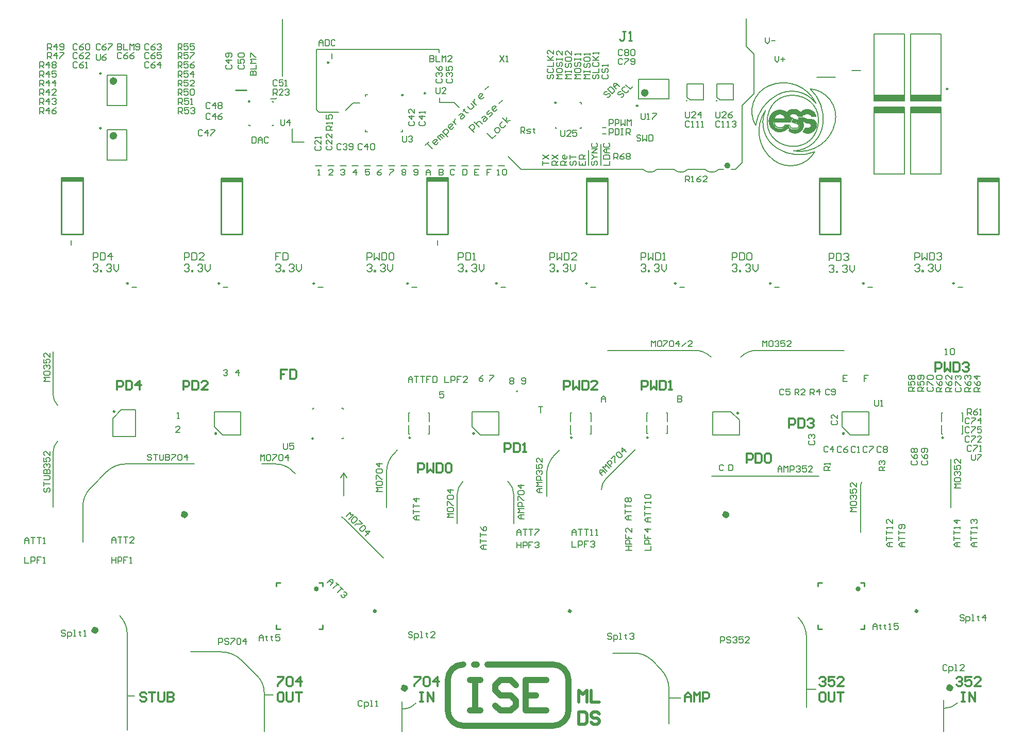
<source format=gto>
G04*
G04 #@! TF.GenerationSoftware,Altium Limited,Altium Designer,19.1.8 (144)*
G04*
G04 Layer_Color=65535*
%FSLAX44Y44*%
%MOMM*%
G71*
G01*
G75*
%ADD10C,0.2500*%
%ADD11C,0.2000*%
%ADD12C,0.2540*%
%ADD13C,1.0000*%
%ADD14C,0.5000*%
%ADD15C,0.6350*%
%ADD16C,0.4000*%
%ADD17C,0.3000*%
%ADD18C,0.1500*%
%ADD19R,5.0000X1.0000*%
G36*
X444354Y517031D02*
X447118Y516489D01*
X447445Y516362D01*
X447565Y516340D01*
X449451Y515582D01*
X449744Y515468D01*
X449762Y515457D01*
X450505Y515158D01*
X453153Y513416D01*
X454278Y512299D01*
X455255Y513229D01*
X457496Y514730D01*
X459958Y515830D01*
X462571Y516498D01*
X465260Y516714D01*
X467946Y516472D01*
X470553Y515779D01*
X473004Y514655D01*
X475230Y513132D01*
X477167Y511254D01*
X478757Y509076D01*
X479957Y506660D01*
X480343Y505368D01*
X479972Y504252D01*
X479950Y504230D01*
X479581Y504077D01*
X472885D01*
X472516Y504150D01*
X472169Y504294D01*
X471856Y504503D01*
X471723Y504636D01*
X471653Y504706D01*
X471543Y504871D01*
X471467Y505053D01*
X471429Y505247D01*
Y505346D01*
X471428Y505366D01*
X471420Y505404D01*
X471406Y505440D01*
X471384Y505473D01*
X471371Y505488D01*
X471371Y505488D01*
X471371Y505488D01*
X471371Y505488D01*
X471371Y505488D01*
Y505488D01*
X470594Y506265D01*
X470145Y506672D01*
X469141Y507346D01*
X468025Y507814D01*
X466839Y508058D01*
X466234Y508092D01*
X466228Y508092D01*
X466215Y508091D01*
X466202Y508091D01*
X466189Y508091D01*
X466176D01*
X466162Y508091D01*
X466148Y508091D01*
X466134Y508092D01*
X466127Y508092D01*
X464041D01*
X463533Y508067D01*
X462535Y507869D01*
X461595Y507480D01*
X460750Y506914D01*
X460587Y506767D01*
X460372Y506572D01*
X459288Y506629D01*
X459160Y506635D01*
X459033Y506713D01*
X458827Y506838D01*
X458778Y506869D01*
X458736Y506895D01*
X458570Y507246D01*
X458155Y507902D01*
X457642Y508483D01*
X457042Y508976D01*
X456715Y509185D01*
X456945Y508800D01*
X457361Y508005D01*
X457731Y507187D01*
X457793Y507026D01*
X458192Y505923D01*
X458182Y505744D01*
X458118Y504684D01*
X457899Y504464D01*
X457530Y504312D01*
X450869Y504312D01*
X450578Y504402D01*
X450471Y504476D01*
X450431D01*
X450139Y504567D01*
X449888Y504740D01*
X449699Y504980D01*
X449645Y505123D01*
X448104Y506664D01*
X448104Y506664D01*
X447656Y507071D01*
X446651Y507745D01*
X445882Y508068D01*
X444788Y508292D01*
X444183Y508327D01*
X444177Y508326D01*
X444164Y508326D01*
X444151Y508326D01*
X444138Y508325D01*
X444128D01*
X444120Y508325D01*
X444112Y508326D01*
X444105Y508326D01*
X444101Y508326D01*
X441431Y508327D01*
X441431Y508327D01*
X440859Y508295D01*
X439743Y508045D01*
X438709Y507556D01*
X437927Y506945D01*
X437285Y506931D01*
X436916Y506512D01*
X436927Y506475D01*
X436945Y506399D01*
X436957Y506323D01*
X436963Y506245D01*
Y506207D01*
Y505902D01*
X436625Y505396D01*
X436062Y505163D01*
X435465Y505281D01*
X435249Y505497D01*
X435249Y505497D01*
X435249Y505497D01*
X435297Y505449D01*
X435297Y505449D01*
X435392Y505353D01*
X435392Y505353D01*
X435426Y505316D01*
X435772Y504869D01*
X435816Y504800D01*
X436127Y504146D01*
X436339Y503454D01*
X436446Y502737D01*
X436459Y502375D01*
Y496749D01*
X410755D01*
X410406Y496613D01*
X410128Y496361D01*
X409961Y496025D01*
X409834Y494669D01*
X410142Y492340D01*
X410961Y490138D01*
X412249Y488173D01*
X413942Y486545D01*
X415956Y485335D01*
X418188Y484603D01*
X420527Y484386D01*
X422856Y484696D01*
X425057Y485516D01*
X427020Y486806D01*
X428647Y488501D01*
X429252Y489508D01*
X435025D01*
X435205Y488355D01*
X436341Y486317D01*
X438113Y484800D01*
X440301Y483991D01*
X448257D01*
X450065Y484740D01*
X451448Y486123D01*
X452197Y487931D01*
Y489766D01*
X452027Y490619D01*
X451694Y491423D01*
X451210Y492147D01*
X450903Y492455D01*
Y492455D01*
X450180Y493177D01*
X449986Y493307D01*
X449027Y493947D01*
X447746Y494478D01*
X446386Y494749D01*
X445693D01*
X445144Y494766D01*
X444055Y494905D01*
X442992Y495181D01*
X441973Y495589D01*
X441485Y495841D01*
X441431Y497390D01*
X440746Y500414D01*
X440066Y501979D01*
X441122Y502736D01*
X441396Y502488D01*
X443121Y501335D01*
X445039Y500540D01*
X447075Y500135D01*
X448112Y500084D01*
X450898Y500084D01*
X450532Y500880D01*
X450393Y501274D01*
X450392Y501279D01*
X450391Y501280D01*
X450371Y501354D01*
X450343Y501460D01*
X450255Y501572D01*
X450404Y502434D01*
X450950Y503042D01*
X450989Y503084D01*
X457633D01*
X458865Y503084D01*
X460753D01*
X461455Y502654D01*
X461455Y502654D01*
X461858Y502295D01*
X462112Y502068D01*
X462402Y501875D01*
X463280Y501288D01*
X464577Y500750D01*
X465421Y500581D01*
X465450Y500575D01*
X465451Y500575D01*
X465955Y500475D01*
X466098Y500467D01*
X466657Y500439D01*
X466663D01*
X466664Y500439D01*
Y500439D01*
X471726D01*
X471773Y500440D01*
X471869Y500442D01*
X471964D01*
X472060Y500440D01*
X472108Y500439D01*
X473001D01*
X473125Y500424D01*
X473246Y500393D01*
X473362Y500348D01*
X473416Y500318D01*
X474204Y500188D01*
X475712Y499660D01*
X477106Y498880D01*
X478345Y497872D01*
X479392Y496665D01*
X480215Y495296D01*
X480790Y493806D01*
X481020Y492643D01*
X481117Y491414D01*
Y491413D01*
X481117Y491413D01*
X481111Y490094D01*
X480639Y487500D01*
X479723Y485027D01*
X478390Y482751D01*
X476680Y480742D01*
X474647Y479062D01*
X472353Y477762D01*
X469867Y476881D01*
X467265Y476447D01*
X464628Y476473D01*
X462035Y476957D01*
X459567Y477886D01*
X458433Y478558D01*
X458332Y478583D01*
X457907Y479349D01*
X457941Y480224D01*
X458037Y480307D01*
X458047Y480316D01*
X458048Y480317D01*
X458058Y480325D01*
X458660Y480883D01*
X459752Y482108D01*
X460682Y483461D01*
X461434Y484919D01*
X461740Y485681D01*
X461792Y485828D01*
X461980Y486075D01*
X462234Y486254D01*
X462530Y486348D01*
X468191D01*
X468759Y486404D01*
X469808Y486838D01*
X470611Y487641D01*
X471045Y488690D01*
X471101Y489258D01*
Y489285D01*
X471104Y489338D01*
X471110Y489391D01*
X471118Y489443D01*
X471124Y489469D01*
X471118Y489495D01*
X471110Y489548D01*
X471104Y489600D01*
X471101Y489653D01*
Y489680D01*
X471090Y489916D01*
X471001Y490363D01*
X470998Y490379D01*
X470998Y490379D01*
X470817Y490815D01*
X470817Y490816D01*
X470555Y491208D01*
X470473Y491299D01*
X470396Y491383D01*
X470158Y491621D01*
X470158D01*
X469857Y491894D01*
X469793Y491952D01*
X468973Y492498D01*
X468063Y492874D01*
X467097Y493066D01*
X466605Y493090D01*
X465645D01*
X463757Y493433D01*
X461960Y494108D01*
X461105Y494618D01*
X460120Y495260D01*
X460120Y495260D01*
X460120Y495261D01*
X459590Y495724D01*
X458342Y495724D01*
X458706Y495216D01*
X459292Y494111D01*
X459723Y492937D01*
X459865Y492289D01*
X460040Y491092D01*
X460040Y491092D01*
X460049Y490087D01*
X460001Y489473D01*
X459679Y487748D01*
X459058Y485854D01*
X458191Y484058D01*
X456729Y481836D01*
X454336Y479524D01*
X451496Y477792D01*
X448345Y476723D01*
X445037Y476369D01*
X441732Y476747D01*
X438589Y477839D01*
X435761Y479592D01*
X434473Y480856D01*
X434508Y482135D01*
X434614Y482228D01*
X434630Y482247D01*
X434663Y482283D01*
X434698Y482317D01*
X434735Y482349D01*
X434754Y482365D01*
Y482365D01*
X436240Y483553D01*
X434689Y485104D01*
X434360D01*
X434354Y485097D01*
X434347Y485088D01*
X433723Y484370D01*
X432929Y483454D01*
X429420Y480931D01*
X425424Y479284D01*
X421156Y478603D01*
X416846Y478923D01*
X412726Y480228D01*
X409017Y482447D01*
X405919Y485460D01*
X403599Y489107D01*
X402182Y493190D01*
X401744Y497489D01*
X402308Y501774D01*
X403845Y505814D01*
X406271Y509391D01*
X409456Y512312D01*
X413228Y514421D01*
X417385Y515604D01*
X421702Y515798D01*
X425948Y514991D01*
X429894Y513228D01*
X431240Y512199D01*
X431485Y512491D01*
X433650Y514293D01*
X436099Y515685D01*
X438756Y516623D01*
X441537Y517076D01*
X444354Y517031D01*
D02*
G37*
%LPC*%
G36*
X435214Y505533D02*
X435214Y505532D01*
X435236Y505510D01*
X435214Y505533D01*
D02*
G37*
G36*
X421218Y509104D02*
X418918D01*
X416697Y508509D01*
X414705Y507359D01*
X413079Y505733D01*
X411929Y503741D01*
X411366Y501640D01*
X411334Y501520D01*
X411334Y500370D01*
X411589D01*
X411590D01*
Y500370D01*
X411590D01*
Y500370D01*
X428546D01*
X428546Y500370D01*
X428546D01*
X428546Y500370D01*
X428802Y500370D01*
X428802Y501520D01*
X428770Y501640D01*
X428207Y503741D01*
X427057Y505733D01*
X425431Y507359D01*
X423439Y508509D01*
X421218Y509104D01*
D02*
G37*
%LPD*%
D10*
X688897Y-23600D02*
G03*
X688897Y-23600I-1250J0D01*
G01*
X78948Y-23600D02*
G03*
X78948Y-23600I-1250J0D01*
G01*
X203948Y-23550D02*
G03*
X203948Y-23550I-1250J0D01*
G01*
X-186803Y-23600D02*
G03*
X-186803Y-23600I-1250J0D01*
G01*
X-346290Y-25124D02*
G03*
X-346290Y-25124I-1250J0D01*
G01*
X558663Y230100D02*
G03*
X558663Y230100I-1250J0D01*
G01*
X-694750Y575450D02*
G03*
X-694750Y575450I-1250J0D01*
G01*
Y485450D02*
G03*
X-694750Y485450I-1250J0D01*
G01*
X-198750Y540000D02*
G03*
X-198750Y540000I-1250J0D01*
G01*
X-161750Y542837D02*
G03*
X-161750Y542837I-1250J0D01*
G01*
X-320750Y593413D02*
G03*
X-320750Y593413I-1250J0D01*
G01*
X-344337Y230100D02*
G03*
X-344337Y230100I-1250J0D01*
G01*
X103663D02*
G03*
X103663Y230100I-1250J0D01*
G01*
X249663D02*
G03*
X249663Y230100I-1250J0D01*
G01*
X-190337D02*
G03*
X-190337Y230100I-1250J0D01*
G01*
X-650337D02*
G03*
X-650337Y230100I-1250J0D01*
G01*
X-500337D02*
G03*
X-500337Y230100I-1250J0D01*
G01*
X-44337D02*
G03*
X-44337Y230100I-1250J0D01*
G01*
X405663D02*
G03*
X405663Y230100I-1250J0D01*
G01*
X706663Y230100D02*
G03*
X706663Y230100I-1250J0D01*
G01*
X-450750Y529500D02*
G03*
X-450750Y529500I-1250J0D01*
G01*
X186953Y522353D02*
G03*
X186953Y522353I-1250J0D01*
G01*
X52653Y527447D02*
G03*
X52653Y527447I-1250J0D01*
G01*
X696250Y550000D02*
G03*
X696250Y550000I-1250J0D01*
G01*
D11*
X437373Y495933D02*
G03*
X433149Y485908I-17440J1447D01*
G01*
X456799Y505779D02*
G03*
X431347Y510766I-14106J-4548D01*
G01*
X459224Y507446D02*
G03*
X453824Y511016I-5400J-2299D01*
G01*
X463603Y509260D02*
G03*
X459224Y507446I0J-6193D01*
G01*
X470866Y507139D02*
G03*
X465744Y509260I-5121J-5121D01*
G01*
X471994Y505510D02*
G03*
X471641Y506364I-1207J0D01*
G01*
X465743Y509259D02*
G03*
X465744Y509259I1J1D01*
G01*
X471994Y505510D02*
G03*
X472635Y505245I641J641D01*
G01*
X478943D02*
G03*
X453824Y511016I-14199J-4249D01*
G01*
X440993Y509495D02*
G03*
X435681Y506485I0J-6193D01*
G01*
X458626Y490698D02*
G03*
X455714Y496787I-8197J-179D01*
G01*
X450790Y502245D02*
G03*
X452219Y499561I5114J1000D01*
G01*
X439478Y502640D02*
G03*
X447674Y499245I8196J8196D01*
G01*
X479675Y491582D02*
G03*
X471299Y499600I-8197J-179D01*
G01*
X458272Y479727D02*
G03*
X479675Y491582I7382J11921D01*
G01*
X467752Y485508D02*
G03*
X471666Y489422I0J3914D01*
G01*
Y489844D02*
G03*
X470667Y492258I-3414J0D01*
G01*
X459539Y496892D02*
G03*
X466166Y494258I6627J7024D01*
G01*
X470434Y492491D02*
G03*
X466166Y494258I-4268J-4268D01*
G01*
X443692Y509494D02*
G03*
X443693Y509493I1J1D01*
G01*
X448814Y507374D02*
G03*
X443693Y509495I-5121J-5121D01*
G01*
X460443Y501995D02*
G03*
X466225Y499600I5782J5782D01*
G01*
X458237Y479697D02*
G03*
X462247Y485508I-9164J10612D01*
G01*
X434838Y481638D02*
G03*
X458656Y490920I9816J10012D01*
G01*
X449961Y491977D02*
G03*
X445693Y493745I-4268J-4268D01*
G01*
X440491Y495266D02*
G03*
X445693Y493745I5202J8136D01*
G01*
X451193Y489331D02*
G03*
X450193Y491745I-3414J0D01*
G01*
X440491Y495266D02*
G03*
X435959Y506207I-15473J0D01*
G01*
X447279Y484995D02*
G03*
X451193Y488909I0J3914D01*
G01*
X435951Y490511D02*
G03*
X441468Y484995I5517J0D01*
G01*
X410943Y495745D02*
G03*
X428560Y490318I9375J-875D01*
G01*
X428802Y500370D02*
G03*
X411334Y500370I-8734J0D01*
G01*
X399979Y504183D02*
G03*
X400103Y504915I41464J-6688D01*
G01*
X415897Y540179D02*
G03*
X380359Y489845I31063J-59644D01*
G01*
X479598Y526091D02*
G03*
X402062Y555089I-53575J-25093D01*
G01*
X402062Y555089D02*
G03*
X380359Y489845I17943J-42200D01*
G01*
X479774Y525888D02*
G03*
X415694Y540073I-40055J-29117D01*
G01*
X396521Y514569D02*
G03*
X416277Y451981I45244J-20131D01*
G01*
X410088Y432668D02*
G03*
X477443Y446495I27575J36639D01*
G01*
X396433Y514315D02*
G03*
X410088Y432668I48518J-33851D01*
G01*
X416083Y452104D02*
G03*
X477443Y446495I36121J56723D01*
G01*
X442451Y447998D02*
G03*
X490826Y492354I-876J49512D01*
G01*
X510945Y494907D02*
G03*
X469948Y550108I-44860J9507D01*
G01*
X442719Y448025D02*
G03*
X510945Y494907I10174J58278D01*
G01*
X490796Y492127D02*
G03*
X469948Y550108I-66674J8765D01*
G01*
X-652000Y-346710D02*
G03*
X-664523Y-316477I-42755J0D01*
G01*
X-774000Y48314D02*
G03*
X-766000Y29000I27314J0D01*
G01*
X382556Y120000D02*
G03*
X356000Y109000I0J-37556D01*
G01*
X555000Y-96000D02*
G03*
X553000Y-100828I4828J-4828D01*
G01*
X464000Y-352799D02*
G03*
X450000Y-319000I-47799J0D01*
G01*
X690602Y-468698D02*
G03*
X712282Y-459718I0J30661D01*
G01*
X-17000Y-117700D02*
G03*
X-25980Y-96020I-30661J0D01*
G01*
X-101020D02*
G03*
X-110000Y-117700I21680J-21680D01*
G01*
X50835Y-51165D02*
G03*
X37000Y-84565I33400J-33400D01*
G01*
X134071Y-91929D02*
G03*
X127000Y-109000I17071J-17071D01*
G01*
X209625Y-389625D02*
G03*
X181560Y-378000I-28065J-28065D01*
G01*
X238000Y-437618D02*
G03*
X224128Y-404128I-47362J0D01*
G01*
X307000Y109000D02*
G03*
X280444Y120000I-26556J-26556D01*
G01*
X-213447Y-49447D02*
G03*
X-226000Y-79753I30306J-30306D01*
G01*
X-712237Y-106237D02*
G03*
X-725000Y-137050I30814J-30814D01*
G01*
X-655247Y-67000D02*
G03*
X-685553Y-79553I0J-42860D01*
G01*
X-380789Y-78211D02*
G03*
X-407854Y-67000I-27065J-27065D01*
G01*
X-195000Y-469226D02*
G03*
X-181729Y-463729I0J18768D01*
G01*
X-464165Y-389835D02*
G03*
X-497565Y-376000I-33400J-33400D01*
G01*
X-427000Y-442854D02*
G03*
X-438211Y-415789I-38276J0D01*
G01*
X-766000Y-29000D02*
G03*
X-774000Y-48314I19314J-19314D01*
G01*
X195748Y417500D02*
G03*
X217859Y417500I11056J11056D01*
G01*
X246548Y417500D02*
G03*
X268659Y417500I11056J11056D01*
G01*
X297348Y417500D02*
G03*
X319460Y417500I11056J11056D01*
G01*
X-10750Y52600D02*
G03*
X-10750Y52600I-1000J0D01*
G01*
X686147Y-17100D02*
X687897D01*
X686147D02*
Y-2850D01*
Y2650D02*
Y16900D01*
X687897D01*
X718397D02*
X720147D01*
Y2650D02*
Y16900D01*
X718397Y-17100D02*
X720147D01*
Y-2850D01*
X76198Y-17099D02*
X77948D01*
X76198D02*
Y-2849D01*
Y2650D02*
Y16901D01*
X77948D01*
X108448D02*
X110197D01*
Y2650D02*
Y16901D01*
X108448Y-17099D02*
X110197D01*
Y-2849D01*
X201197Y-17050D02*
X202948D01*
X201197D02*
Y-2800D01*
Y2700D02*
Y16950D01*
X202948D01*
X233447D02*
X235198D01*
Y2700D02*
Y16950D01*
X233447Y-17050D02*
X235198D01*
Y-2800D01*
X-189553Y-17100D02*
X-187803D01*
X-189553D02*
Y-2850D01*
Y2650D02*
Y16900D01*
X-187803D01*
X-157303D02*
X-155553D01*
Y2650D02*
Y16900D01*
X-157303Y-17100D02*
X-155553D01*
Y-2850D01*
X481000Y568873D02*
X511000D01*
X-293000Y515000D02*
X-281000Y527000D01*
X-337000Y512000D02*
X-305000D01*
X340000Y417500D02*
X347000D01*
X358000Y428500D01*
Y522500D01*
X378000Y542500D01*
Y607000D01*
X365000Y620000D02*
X378000Y607000D01*
X365000Y620000D02*
Y665750D01*
X437383Y495745D02*
Y502375D01*
X431373Y510793D02*
X435959Y506207D01*
X463603Y509260D02*
X465744D01*
X470866Y507139D02*
X471641Y506364D01*
X472635Y505245D02*
X478943D01*
X433370Y486272D02*
X434666D01*
X440993Y509495D02*
X443692Y509494D01*
X447674Y499245D02*
X452535D01*
X455693Y496892D02*
X459539D01*
X470434Y492491D02*
X470667Y492258D01*
X448814Y507374D02*
X450646Y505542D01*
X450583Y505480D02*
X456892D01*
X466225Y499600D02*
X472500D01*
X462247Y485508D02*
X468208D01*
X450693Y502245D02*
X460193D01*
X456366Y483941D02*
X456366Y483941D01*
X449961Y491977D02*
X450193Y491745D01*
X451193Y488909D02*
Y489331D01*
X434943Y481745D02*
X437304Y483634D01*
X434666Y486272D02*
X437304Y483634D01*
X441468Y484995D02*
X447279D01*
X428724Y490511D02*
X435951D01*
X411334Y500370D02*
X428802D01*
X410943Y495745D02*
X437383D01*
X267253Y536603D02*
X272253Y531603D01*
X267253Y558353D02*
X267253Y536603D01*
X267253Y558353D02*
X294253Y558353D01*
X272253Y531603D02*
X292503Y531603D01*
X294253Y531603D02*
X294253Y558353D01*
X292503Y531603D02*
X294253Y531603D01*
X-299540Y-25124D02*
X-297540D01*
Y-23124D01*
X-299540Y24876D02*
X-297540D01*
Y22877D02*
Y24876D01*
X-347540Y22877D02*
Y24876D01*
X-345540D01*
X-299500Y-153500D02*
X-294009Y-158991D01*
Y-158991D02*
Y-158991D01*
Y-158991D02*
X-231500Y-221500D01*
X575000Y520000D02*
X625000D01*
X575000Y410000D02*
Y520000D01*
X625000D02*
X625000Y410000D01*
X575000D02*
X625000D01*
X635000Y520000D02*
X685000D01*
X635000D02*
X635000Y410000D01*
X685000Y520000D02*
X685000Y410000D01*
X635000D02*
X685000D01*
X635000Y530000D02*
X685000D01*
Y640000D01*
X635000Y530000D02*
Y640000D01*
X685000D01*
X575000Y530000D02*
X625000D01*
Y640000D01*
X575000Y530000D02*
Y640000D01*
X625000D01*
X-652000Y-359050D02*
Y-346710D01*
X129000Y486000D02*
X135000D01*
X129000Y476000D02*
X135000D01*
X125750Y424250D02*
Y459250D01*
X105750Y424250D02*
Y449000D01*
X-42500Y424000D02*
X-32500D01*
X-62500Y424000D02*
X-52500D01*
X-82500D02*
X-72500D01*
X-102500Y424000D02*
X-92500D01*
X-122500Y424000D02*
X-112500D01*
X-142500D02*
X-132500D01*
X-162500D02*
X-152500D01*
X-182500D02*
X-172500D01*
X-202500D02*
X-192500D01*
X-222500D02*
X-212500D01*
X-242500D02*
X-232500D01*
X-262500D02*
X-252500D01*
X-282500D02*
X-272500D01*
X-302500D02*
X-292500D01*
X-322500D02*
X-312500D01*
X-342500D02*
X-332500D01*
X-774000Y51000D02*
Y118000D01*
Y48314D02*
Y51000D01*
X382556Y120000D02*
X526000D01*
X701000Y-139000D02*
Y-59000D01*
X553000Y-179000D02*
Y-100828D01*
X464000Y-437358D02*
X479137D01*
X464000Y-467000D02*
Y-352799D01*
X689000Y-468698D02*
X690602D01*
X689000Y-507000D02*
Y-455000D01*
X308000Y-87000D02*
X484000D01*
X-296000Y-81507D02*
X-291000Y-89507D01*
X-301000D02*
X-296000Y-81507D01*
Y-119507D02*
Y-81507D01*
X-27000Y-95000D02*
X-25980Y-96020D01*
X-17000Y-165000D02*
Y-117700D01*
X-110000Y-165000D02*
Y-117700D01*
X-101020Y-96020D02*
X-100000Y-95000D01*
X37000Y-120000D02*
Y-84565D01*
X50835Y-51165D02*
X58000Y-44000D01*
X134071Y-91929D02*
X183000Y-43000D01*
X238000Y-451575D02*
X257613D01*
X146000Y-378000D02*
X181560D01*
X209625Y-389625D02*
X224128Y-404128D01*
X238000Y-494000D02*
Y-437618D01*
X137000Y120000D02*
X280444D01*
X-213447Y-49447D02*
X-208000Y-44000D01*
X-226000Y-139000D02*
Y-79753D01*
X-725000Y-195000D02*
Y-137050D01*
X-712237Y-106237D02*
X-685553Y-79553D01*
X-655247Y-67000D02*
X-542000D01*
X-380789Y-78211D02*
X-376000Y-83000D01*
X-431000Y-67000D02*
X-407854D01*
X-181729Y-463729D02*
X-178000Y-460000D01*
X-201000Y-469226D02*
X-195000D01*
X-201000Y-507000D02*
Y-458000D01*
X-427000Y-447089D02*
X-412000D01*
X-548000Y-376000D02*
X-497565D01*
X-464165Y-389835D02*
X-438211Y-415789D01*
X-427000Y-507000D02*
Y-442854D01*
X-652000Y-448289D02*
X-639697D01*
X-774000Y-51000D02*
Y-48314D01*
X-652000Y-504000D02*
Y-359050D01*
X-774000Y-138000D02*
Y-51000D01*
X-408125Y533375D02*
X-406250Y535250D01*
X-408125Y533375D02*
Y533375D01*
X-416750Y533375D02*
X-408125D01*
X-397000Y571246D02*
Y665250D01*
X-5000Y417500D02*
X195748Y417500D01*
X217859D02*
X239647D01*
Y417500D02*
X246548D01*
X268659D02*
X290447D01*
X319460Y417500D02*
X327500D01*
X290447D02*
X297348D01*
X-26223Y438722D02*
X-5000Y417500D01*
X-281000Y527000D02*
X-270188D01*
X-115000Y527500D02*
X-106732Y519232D01*
X-139500Y609995D02*
Y615000D01*
X-381000Y462500D02*
Y484934D01*
Y462500D02*
X-381000Y462500D01*
X-361753D01*
X-341000Y516000D02*
X-337000Y512000D01*
X-341000Y516000D02*
Y614972D01*
X-341027Y615000D02*
X-341000Y614972D01*
X-341027Y615000D02*
X-139500D01*
X-139000Y527500D02*
Y535597D01*
Y527500D02*
X-115000D01*
X-684750Y522900D02*
Y572900D01*
X-652750Y522900D02*
Y572900D01*
X-684750D02*
X-652750D01*
X-684750Y522900D02*
X-652750D01*
X-684750Y432900D02*
Y482900D01*
X-652750Y432900D02*
Y482900D01*
X-684750D02*
X-652750D01*
X-684750Y432900D02*
X-652750D01*
X-260500Y540500D02*
X-257500D01*
X-260500Y537500D02*
X-260500Y540500D01*
X-260500Y482500D02*
X-260500Y479500D01*
X-257500Y479500D01*
X-202500D02*
X-199500Y479500D01*
Y482500D01*
X522000Y19000D02*
X566000D01*
X522000Y-5250D02*
X535750Y-19000D01*
X566000D02*
Y19000D01*
X535750Y-19000D02*
X566000D01*
X522000Y-5250D02*
Y19000D01*
X-412000Y527500D02*
Y529500D01*
X-414000Y529500D02*
X-412000Y529500D01*
X-452000Y489500D02*
Y491500D01*
Y489500D02*
X-450000Y489500D01*
X-414000Y489500D02*
X-412000Y489500D01*
X-412000Y491500D01*
X188253Y533603D02*
X238253Y533603D01*
X188253Y565603D02*
X238253Y565603D01*
X188253Y565603D02*
X188253Y533603D01*
X238253Y533603D02*
X238253Y565603D01*
X538560Y580000D02*
X552560D01*
X353500Y-19000D02*
Y5250D01*
X309500Y19000D02*
X339750D01*
X309500Y-19000D02*
Y19000D01*
X339750D02*
X353500Y5250D01*
X309500Y-19000D02*
X353500D01*
X91603Y527447D02*
X93603D01*
Y525447D02*
Y527447D01*
Y485246D02*
Y487246D01*
X91603Y485246D02*
X93603D01*
X51403D02*
X53403D01*
X51403D02*
Y487246D01*
X-662250Y22000D02*
X-638000D01*
X-676000Y-22000D02*
Y8250D01*
Y-22000D02*
X-638000D01*
X-676000Y8250D02*
X-662250Y22000D01*
X-638000D02*
X-638000Y-22000D01*
X-509250Y-5250D02*
Y19000D01*
X-495500Y-19000D02*
X-465250D01*
Y19000D01*
X-509250Y-5250D02*
X-495500Y-19000D01*
X-509250Y19000D02*
X-465250Y19000D01*
X341750Y531600D02*
X343500Y531600D01*
Y558350D01*
X321500Y531600D02*
X341750Y531600D01*
X316500Y558350D02*
X343500D01*
X316500Y536600D02*
Y558350D01*
Y536600D02*
X321500Y531600D01*
X-85500Y-5250D02*
Y19000D01*
X-71750Y-19000D02*
X-41500D01*
Y19000D01*
X-85500Y-5250D02*
X-71750Y-19000D01*
X-85500Y19000D02*
X-41500Y19000D01*
X-733836Y607831D02*
X-735502Y609497D01*
X-738834D01*
X-740500Y607831D01*
Y601166D01*
X-738834Y599500D01*
X-735502D01*
X-733836Y601166D01*
X-723839Y609497D02*
X-727171Y607831D01*
X-730503Y604498D01*
Y601166D01*
X-728837Y599500D01*
X-725505D01*
X-723839Y601166D01*
Y602832D01*
X-725505Y604498D01*
X-730503D01*
X-713842Y599500D02*
X-720507D01*
X-713842Y606165D01*
Y607831D01*
X-715508Y609497D01*
X-718840D01*
X-720507Y607831D01*
X93000Y567000D02*
X83003D01*
X86336Y570332D01*
X83003Y573665D01*
X93000D01*
X83003Y581995D02*
Y578663D01*
X84670Y576997D01*
X91334D01*
X93000Y578663D01*
Y581995D01*
X91334Y583661D01*
X84670D01*
X83003Y581995D01*
X84670Y593658D02*
X83003Y591992D01*
Y588660D01*
X84670Y586994D01*
X86336D01*
X88002Y588660D01*
Y591992D01*
X89668Y593658D01*
X91334D01*
X93000Y591992D01*
Y588660D01*
X91334Y586994D01*
X83003Y596990D02*
Y600323D01*
Y598657D01*
X93000D01*
Y596990D01*
Y600323D01*
Y605321D02*
Y608653D01*
Y606987D01*
X83003D01*
X84670Y605321D01*
X336000Y-68003D02*
Y-78000D01*
X340998D01*
X342664Y-76334D01*
Y-69669D01*
X340998Y-68003D01*
X336000D01*
X114669Y573665D02*
X113003Y571998D01*
Y568666D01*
X114669Y567000D01*
X116336D01*
X118002Y568666D01*
Y571998D01*
X119668Y573665D01*
X121334D01*
X123000Y571998D01*
Y568666D01*
X121334Y567000D01*
X113003Y576997D02*
X123000D01*
Y583661D01*
X114669Y593658D02*
X113003Y591992D01*
Y588660D01*
X114669Y586994D01*
X121334D01*
X123000Y588660D01*
Y591992D01*
X121334Y593658D01*
X113003Y596990D02*
X123000D01*
X119668D01*
X113003Y603655D01*
X118002Y598657D01*
X123000Y603655D01*
Y606987D02*
Y610319D01*
Y608653D01*
X113003D01*
X114669Y606987D01*
X-820000Y-198000D02*
Y-191336D01*
X-816668Y-188003D01*
X-813335Y-191336D01*
Y-198000D01*
Y-193002D01*
X-820000D01*
X-810003Y-188003D02*
X-803339D01*
X-806671D01*
Y-198000D01*
X-800006Y-188003D02*
X-793342D01*
X-796674D01*
Y-198000D01*
X-790010D02*
X-786677D01*
X-788344D01*
Y-188003D01*
X-790010Y-189669D01*
X139500Y489500D02*
Y499497D01*
X144498D01*
X146165Y497831D01*
Y494498D01*
X144498Y492832D01*
X139500D01*
X149497Y489500D02*
Y499497D01*
X154495D01*
X156161Y497831D01*
Y494498D01*
X154495Y492832D01*
X149497D01*
X159494Y499497D02*
Y489500D01*
X162826Y492832D01*
X166158Y489500D01*
Y499497D01*
X169490Y489500D02*
Y499497D01*
X172823Y496165D01*
X176155Y499497D01*
Y489500D01*
X-339000Y408000D02*
X-335668D01*
X-337334D01*
Y417997D01*
X-339000Y416331D01*
X70500Y424500D02*
X60503D01*
Y429498D01*
X62169Y431165D01*
X65502D01*
X67168Y429498D01*
Y424500D01*
Y427832D02*
X70500Y431165D01*
Y439495D02*
Y436163D01*
X68834Y434497D01*
X65502D01*
X63836Y436163D01*
Y439495D01*
X65502Y441161D01*
X67168D01*
Y434497D01*
X717000Y-106000D02*
X707003D01*
X710335Y-102668D01*
X707003Y-99335D01*
X717000D01*
X707003Y-91005D02*
Y-94337D01*
X708669Y-96003D01*
X715334D01*
X717000Y-94337D01*
Y-91005D01*
X715334Y-89339D01*
X708669D01*
X707003Y-91005D01*
X708669Y-86006D02*
X707003Y-84340D01*
Y-81008D01*
X708669Y-79342D01*
X710335D01*
X712002Y-81008D01*
Y-82674D01*
Y-81008D01*
X713668Y-79342D01*
X715334D01*
X717000Y-81008D01*
Y-84340D01*
X715334Y-86006D01*
X707003Y-69345D02*
Y-76010D01*
X712002D01*
X710335Y-72677D01*
Y-71011D01*
X712002Y-69345D01*
X715334D01*
X717000Y-71011D01*
Y-74344D01*
X715334Y-76010D01*
X717000Y-59348D02*
Y-66013D01*
X710335Y-59348D01*
X708669D01*
X707003Y-61014D01*
Y-64347D01*
X708669Y-66013D01*
X-108000Y268695D02*
Y280691D01*
X-102002D01*
X-100003Y278692D01*
Y274693D01*
X-102002Y272694D01*
X-108000D01*
X-96004Y280691D02*
Y268695D01*
X-90006D01*
X-88006Y270695D01*
Y278692D01*
X-90006Y280691D01*
X-96004D01*
X-84008Y268695D02*
X-80009D01*
X-82008D01*
Y280691D01*
X-84008Y278692D01*
X-108000Y259497D02*
X-106001Y261496D01*
X-102002D01*
X-100003Y259497D01*
Y257497D01*
X-102002Y255498D01*
X-104001D01*
X-102002D01*
X-100003Y253499D01*
Y251499D01*
X-102002Y249500D01*
X-106001D01*
X-108000Y251499D01*
X-96004Y249500D02*
Y251499D01*
X-94004D01*
Y249500D01*
X-96004D01*
X-86007Y259497D02*
X-84008Y261496D01*
X-80009D01*
X-78010Y259497D01*
Y257497D01*
X-80009Y255498D01*
X-82008D01*
X-80009D01*
X-78010Y253499D01*
Y251499D01*
X-80009Y249500D01*
X-84008D01*
X-86007Y251499D01*
X-74011Y261496D02*
Y253499D01*
X-70012Y249500D01*
X-66014Y253499D01*
Y261496D01*
X642000Y268695D02*
Y280691D01*
X647998D01*
X649997Y278692D01*
Y274693D01*
X647998Y272694D01*
X642000D01*
X653996Y280691D02*
Y268695D01*
X657995Y272694D01*
X661993Y268695D01*
Y280691D01*
X665992D02*
Y268695D01*
X671990D01*
X673990Y270695D01*
Y278692D01*
X671990Y280691D01*
X665992D01*
X677988Y278692D02*
X679988Y280691D01*
X683986D01*
X685986Y278692D01*
Y276693D01*
X683986Y274693D01*
X681987D01*
X683986D01*
X685986Y272694D01*
Y270695D01*
X683986Y268695D01*
X679988D01*
X677988Y270695D01*
X642000Y259497D02*
X643999Y261496D01*
X647998D01*
X649997Y259497D01*
Y257497D01*
X647998Y255498D01*
X645999D01*
X647998D01*
X649997Y253499D01*
Y251499D01*
X647998Y249500D01*
X643999D01*
X642000Y251499D01*
X653996Y249500D02*
Y251499D01*
X655995D01*
Y249500D01*
X653996D01*
X663993Y259497D02*
X665992Y261496D01*
X669991D01*
X671990Y259497D01*
Y257497D01*
X669991Y255498D01*
X667992D01*
X669991D01*
X671990Y253499D01*
Y251499D01*
X669991Y249500D01*
X665992D01*
X663993Y251499D01*
X675989Y261496D02*
Y253499D01*
X679988Y249500D01*
X683986Y253499D01*
Y261496D01*
X-4000Y66666D02*
X-2334Y65000D01*
X998D01*
X2664Y66666D01*
Y73331D01*
X998Y74997D01*
X-2334D01*
X-4000Y73331D01*
Y71665D01*
X-2334Y69998D01*
X2664D01*
X39669Y573665D02*
X38003Y571998D01*
Y568666D01*
X39669Y567000D01*
X41336D01*
X43002Y568666D01*
Y571998D01*
X44668Y573665D01*
X46334D01*
X48000Y571998D01*
Y568666D01*
X46334Y567000D01*
X39669Y583661D02*
X38003Y581995D01*
Y578663D01*
X39669Y576997D01*
X46334D01*
X48000Y578663D01*
Y581995D01*
X46334Y583661D01*
X38003Y586994D02*
X48000D01*
Y593658D01*
X38003Y596990D02*
X48000D01*
X44668D01*
X38003Y603655D01*
X43002Y598657D01*
X48000Y603655D01*
Y613652D02*
Y606987D01*
X41336Y613652D01*
X39669D01*
X38003Y611986D01*
Y608653D01*
X39669Y606987D01*
X-201000Y416331D02*
X-199334Y417997D01*
X-196002D01*
X-194335Y416331D01*
Y414664D01*
X-196002Y412998D01*
X-194335Y411332D01*
Y409666D01*
X-196002Y408000D01*
X-199334D01*
X-201000Y409666D01*
Y411332D01*
X-199334Y412998D01*
X-201000Y414664D01*
Y416331D01*
X-199334Y412998D02*
X-196002D01*
X-82528Y478320D02*
X-91011Y486802D01*
X-86770Y491043D01*
X-83942Y491043D01*
X-81114Y488216D01*
Y485388D01*
X-85356Y481147D01*
X-82528Y495285D02*
X-74046Y486802D01*
X-78287Y491043D01*
Y493871D01*
X-75459Y496698D01*
X-72632D01*
X-68391Y492457D01*
X-69804Y502353D02*
X-66977Y505181D01*
X-64149D01*
X-59908Y500940D01*
X-64149Y496698D01*
X-66977D01*
X-66977Y499526D01*
X-62736Y503767D01*
X-57081D02*
X-52839Y508008D01*
Y510836D01*
X-55667Y510836D01*
X-58494Y508008D01*
X-61322D01*
Y510836D01*
X-57081Y515077D01*
X-44357Y516491D02*
X-47184Y513663D01*
X-50012D01*
X-52839Y516491D01*
Y519319D01*
X-50012Y522146D01*
X-47184D01*
X-45771Y520732D01*
X-51426Y515077D01*
X-568000Y524500D02*
Y534497D01*
X-563002D01*
X-561335Y532831D01*
Y529498D01*
X-563002Y527832D01*
X-568000D01*
X-564668D02*
X-561335Y524500D01*
X-551339Y534497D02*
X-558003D01*
Y529498D01*
X-554671Y531165D01*
X-553005D01*
X-551339Y529498D01*
Y526166D01*
X-553005Y524500D01*
X-556337D01*
X-558003Y526166D01*
X-548006Y524500D02*
X-544674D01*
X-546340D01*
Y534497D01*
X-548006Y532831D01*
X-172000Y-159000D02*
X-178664D01*
X-181997Y-155668D01*
X-178664Y-152336D01*
X-172000D01*
X-176998D01*
Y-159000D01*
X-181997Y-149003D02*
Y-142339D01*
Y-145671D01*
X-172000D01*
X-181997Y-139006D02*
Y-132342D01*
Y-135674D01*
X-172000D01*
Y-124011D02*
X-181997D01*
X-176998Y-129010D01*
Y-122345D01*
X-787331Y-106335D02*
X-788997Y-108002D01*
Y-111334D01*
X-787331Y-113000D01*
X-785665D01*
X-783998Y-111334D01*
Y-108002D01*
X-782332Y-106335D01*
X-780666D01*
X-779000Y-108002D01*
Y-111334D01*
X-780666Y-113000D01*
X-788997Y-103003D02*
Y-96339D01*
Y-99671D01*
X-779000D01*
X-788997Y-93006D02*
X-780666D01*
X-779000Y-91340D01*
Y-88008D01*
X-780666Y-86342D01*
X-788997D01*
Y-83010D02*
X-779000D01*
Y-78011D01*
X-780666Y-76345D01*
X-782332D01*
X-783998Y-78011D01*
Y-83010D01*
Y-78011D01*
X-785665Y-76345D01*
X-787331D01*
X-788997Y-78011D01*
Y-83010D01*
X-787331Y-73013D02*
X-788997Y-71347D01*
Y-68014D01*
X-787331Y-66348D01*
X-785665D01*
X-783998Y-68014D01*
Y-69681D01*
Y-68014D01*
X-782332Y-66348D01*
X-780666D01*
X-779000Y-68014D01*
Y-71347D01*
X-780666Y-73013D01*
X-788997Y-56352D02*
Y-63016D01*
X-783998D01*
X-785665Y-59684D01*
Y-58018D01*
X-783998Y-56352D01*
X-780666D01*
X-779000Y-58018D01*
Y-61350D01*
X-780666Y-63016D01*
X-779000Y-46355D02*
Y-53019D01*
X-785665Y-46355D01*
X-787331D01*
X-788997Y-48021D01*
Y-51353D01*
X-787331Y-53019D01*
X-433061Y-61354D02*
Y-51357D01*
X-429728Y-54689D01*
X-426396Y-51357D01*
Y-61354D01*
X-418065Y-51357D02*
X-421398D01*
X-423064Y-53023D01*
Y-59687D01*
X-421398Y-61354D01*
X-418065D01*
X-416399Y-59687D01*
Y-53023D01*
X-418065Y-51357D01*
X-413067D02*
X-406403D01*
Y-53023D01*
X-413067Y-59687D01*
Y-61354D01*
X-403070Y-53023D02*
X-401404Y-51357D01*
X-398072D01*
X-396406Y-53023D01*
Y-59687D01*
X-398072Y-61354D01*
X-401404D01*
X-403070Y-59687D01*
Y-53023D01*
X-388075Y-61354D02*
Y-51357D01*
X-393074Y-56355D01*
X-386409D01*
X-54335Y417997D02*
X-61000D01*
Y412998D01*
X-57668D01*
X-61000D01*
Y408000D01*
X392000Y126000D02*
Y135997D01*
X395332Y132664D01*
X398665Y135997D01*
Y126000D01*
X406995Y135997D02*
X403663D01*
X401997Y134331D01*
Y127666D01*
X403663Y126000D01*
X406995D01*
X408661Y127666D01*
Y134331D01*
X406995Y135997D01*
X411994Y134331D02*
X413660Y135997D01*
X416992D01*
X418658Y134331D01*
Y132664D01*
X416992Y130998D01*
X415326D01*
X416992D01*
X418658Y129332D01*
Y127666D01*
X416992Y126000D01*
X413660D01*
X411994Y127666D01*
X428655Y135997D02*
X421990D01*
Y130998D01*
X425323Y132664D01*
X426989D01*
X428655Y130998D01*
Y127666D01*
X426989Y126000D01*
X423657D01*
X421990Y127666D01*
X438652Y126000D02*
X431987D01*
X438652Y132664D01*
Y134331D01*
X436986Y135997D01*
X433653D01*
X431987Y134331D01*
X-568500Y584500D02*
Y594497D01*
X-563502D01*
X-561836Y592831D01*
Y589498D01*
X-563502Y587832D01*
X-568500D01*
X-565168D02*
X-561836Y584500D01*
X-551839Y594497D02*
X-558503D01*
Y589498D01*
X-555171Y591165D01*
X-553505D01*
X-551839Y589498D01*
Y586166D01*
X-553505Y584500D01*
X-556837D01*
X-558503Y586166D01*
X-541842Y594497D02*
X-545174Y592831D01*
X-548507Y589498D01*
Y586166D01*
X-546840Y584500D01*
X-543508D01*
X-541842Y586166D01*
Y587832D01*
X-543508Y589498D01*
X-548507D01*
X-779000Y69000D02*
X-788997D01*
X-785665Y72332D01*
X-788997Y75665D01*
X-779000D01*
X-788997Y83995D02*
Y80663D01*
X-787331Y78997D01*
X-780666D01*
X-779000Y80663D01*
Y83995D01*
X-780666Y85661D01*
X-787331D01*
X-788997Y83995D01*
X-787331Y88994D02*
X-788997Y90660D01*
Y93992D01*
X-787331Y95658D01*
X-785665D01*
X-783998Y93992D01*
Y92326D01*
Y93992D01*
X-782332Y95658D01*
X-780666D01*
X-779000Y93992D01*
Y90660D01*
X-780666Y88994D01*
X-788997Y105655D02*
Y98990D01*
X-783998D01*
X-785665Y102323D01*
Y103989D01*
X-783998Y105655D01*
X-780666D01*
X-779000Y103989D01*
Y100656D01*
X-780666Y98990D01*
X-779000Y115652D02*
Y108987D01*
X-785665Y115652D01*
X-787331D01*
X-788997Y113986D01*
Y110653D01*
X-787331Y108987D01*
X327664Y-69669D02*
X325998Y-68003D01*
X322666D01*
X321000Y-69669D01*
Y-76334D01*
X322666Y-78000D01*
X325998D01*
X327664Y-76334D01*
X-101000Y417997D02*
Y408000D01*
X-96002D01*
X-94335Y409666D01*
Y416331D01*
X-96002Y417997D01*
X-101000D01*
X-616335Y607831D02*
X-618002Y609497D01*
X-621334D01*
X-623000Y607831D01*
Y601166D01*
X-621334Y599500D01*
X-618002D01*
X-616335Y601166D01*
X-606339Y609497D02*
X-609671Y607831D01*
X-613003Y604498D01*
Y601166D01*
X-611337Y599500D01*
X-608005D01*
X-606339Y601166D01*
Y602832D01*
X-608005Y604498D01*
X-613003D01*
X-596342Y609497D02*
X-603007D01*
Y604498D01*
X-599674Y606165D01*
X-598008D01*
X-596342Y604498D01*
Y601166D01*
X-598008Y599500D01*
X-601340D01*
X-603007Y601166D01*
X-616335Y592831D02*
X-618002Y594497D01*
X-621334D01*
X-623000Y592831D01*
Y586166D01*
X-621334Y584500D01*
X-618002D01*
X-616335Y586166D01*
X-606339Y594497D02*
X-609671Y592831D01*
X-613003Y589498D01*
Y586166D01*
X-611337Y584500D01*
X-608005D01*
X-606339Y586166D01*
Y587832D01*
X-608005Y589498D01*
X-613003D01*
X-598008Y584500D02*
Y594497D01*
X-603007Y589498D01*
X-596342D01*
X-62000Y-207000D02*
X-68664D01*
X-71997Y-203668D01*
X-68664Y-200336D01*
X-62000D01*
X-66998D01*
Y-207000D01*
X-71997Y-197003D02*
Y-190339D01*
Y-193671D01*
X-62000D01*
X-71997Y-187006D02*
Y-180342D01*
Y-183674D01*
X-62000D01*
X-71997Y-170345D02*
X-70331Y-173677D01*
X-66998Y-177010D01*
X-63666D01*
X-62000Y-175343D01*
Y-172011D01*
X-63666Y-170345D01*
X-65332D01*
X-66998Y-172011D01*
Y-177010D01*
X-733836Y592831D02*
X-735502Y594497D01*
X-738834D01*
X-740500Y592831D01*
Y586166D01*
X-738834Y584500D01*
X-735502D01*
X-733836Y586166D01*
X-723839Y594497D02*
X-727171Y592831D01*
X-730503Y589498D01*
Y586166D01*
X-728837Y584500D01*
X-725505D01*
X-723839Y586166D01*
Y587832D01*
X-725505Y589498D01*
X-730503D01*
X-720507Y584500D02*
X-717174D01*
X-718840D01*
Y594497D01*
X-720507Y592831D01*
X-181000Y409666D02*
X-179334Y408000D01*
X-176002D01*
X-174335Y409666D01*
Y416331D01*
X-176002Y417997D01*
X-179334D01*
X-181000Y416331D01*
Y414664D01*
X-179334Y412998D01*
X-174335D01*
X-565336Y-15000D02*
X-572000D01*
X-565336Y-8335D01*
Y-6669D01*
X-567002Y-5003D01*
X-570334D01*
X-572000Y-6669D01*
X-696336Y622831D02*
X-698002Y624497D01*
X-701334D01*
X-703000Y622831D01*
Y616166D01*
X-701334Y614500D01*
X-698002D01*
X-696336Y616166D01*
X-686339Y624497D02*
X-689671Y622831D01*
X-693003Y619498D01*
Y616166D01*
X-691337Y614500D01*
X-688005D01*
X-686339Y616166D01*
Y617832D01*
X-688005Y619498D01*
X-693003D01*
X-683006Y624497D02*
X-676342D01*
Y622831D01*
X-683006Y616166D01*
Y614500D01*
X-568500Y569500D02*
Y579497D01*
X-563502D01*
X-561836Y577831D01*
Y574498D01*
X-563502Y572832D01*
X-568500D01*
X-565168D02*
X-561836Y569500D01*
X-551839Y579497D02*
X-558503D01*
Y574498D01*
X-555171Y576165D01*
X-553505D01*
X-551839Y574498D01*
Y571166D01*
X-553505Y569500D01*
X-556837D01*
X-558503Y571166D01*
X-543508Y569500D02*
Y579497D01*
X-548507Y574498D01*
X-541842D01*
X-616335Y622831D02*
X-618002Y624497D01*
X-621334D01*
X-623000Y622831D01*
Y616166D01*
X-621334Y614500D01*
X-618002D01*
X-616335Y616166D01*
X-606339Y624497D02*
X-609671Y622831D01*
X-613003Y619498D01*
Y616166D01*
X-611337Y614500D01*
X-608005D01*
X-606339Y616166D01*
Y617832D01*
X-608005Y619498D01*
X-613003D01*
X-603007Y622831D02*
X-601340Y624497D01*
X-598008D01*
X-596342Y622831D01*
Y621165D01*
X-598008Y619498D01*
X-599674D01*
X-598008D01*
X-596342Y617832D01*
Y616166D01*
X-598008Y614500D01*
X-601340D01*
X-603007Y616166D01*
X-795500Y554500D02*
Y564497D01*
X-790502D01*
X-788836Y562831D01*
Y559498D01*
X-790502Y557832D01*
X-795500D01*
X-792168D02*
X-788836Y554500D01*
X-780505D02*
Y564497D01*
X-785503Y559498D01*
X-778839D01*
X-770508Y554500D02*
Y564497D01*
X-775506Y559498D01*
X-768842D01*
X139500Y474500D02*
Y484497D01*
X144498D01*
X146165Y482831D01*
Y479498D01*
X144498Y477832D01*
X139500D01*
X149497Y484497D02*
Y474500D01*
X154495D01*
X156161Y476166D01*
Y482831D01*
X154495Y484497D01*
X149497D01*
X159494D02*
X162826D01*
X161160D01*
Y474500D01*
X159494D01*
X162826D01*
X167824D02*
Y484497D01*
X172823D01*
X174489Y482831D01*
Y479498D01*
X172823Y477832D01*
X167824D01*
X171157D02*
X174489Y474500D01*
X30503Y424500D02*
Y431165D01*
Y427832D01*
X40500D01*
X30503Y434497D02*
X40500Y441161D01*
X30503D02*
X40500Y434497D01*
X-74335Y417997D02*
X-81000D01*
Y408000D01*
X-74335D01*
X-81000Y412998D02*
X-77668D01*
X158822Y545932D02*
X156466D01*
X154109Y543575D01*
Y541219D01*
X155288Y540041D01*
X157644Y540041D01*
X160000Y542397D01*
X162356Y542397D01*
X163534Y541219D01*
Y538863D01*
X161178Y536507D01*
X158822D01*
X165891Y553000D02*
X163534Y553000D01*
X161178Y550644D01*
Y548288D01*
X165891Y543575D01*
X168247D01*
X170603Y545932D01*
Y548288D01*
X167069Y556535D02*
X174138Y549466D01*
X178850Y554179D01*
X-795500Y509500D02*
Y519497D01*
X-790502D01*
X-788836Y517831D01*
Y514498D01*
X-790502Y512832D01*
X-795500D01*
X-792168D02*
X-788836Y509500D01*
X-780505D02*
Y519497D01*
X-785503Y514498D01*
X-778839D01*
X-768842Y519497D02*
X-772174Y517831D01*
X-775506Y514498D01*
Y511166D01*
X-773840Y509500D01*
X-770508D01*
X-768842Y511166D01*
Y512832D01*
X-770508Y514498D01*
X-775506D01*
X-558000Y268695D02*
Y280691D01*
X-552002D01*
X-550003Y278692D01*
Y274693D01*
X-552002Y272694D01*
X-558000D01*
X-546004Y280691D02*
Y268695D01*
X-540006D01*
X-538007Y270695D01*
Y278692D01*
X-540006Y280691D01*
X-546004D01*
X-526010Y268695D02*
X-534008D01*
X-526010Y276693D01*
Y278692D01*
X-528010Y280691D01*
X-532008D01*
X-534008Y278692D01*
X-558000Y259497D02*
X-556001Y261496D01*
X-552002D01*
X-550003Y259497D01*
Y257497D01*
X-552002Y255498D01*
X-554001D01*
X-552002D01*
X-550003Y253499D01*
Y251499D01*
X-552002Y249500D01*
X-556001D01*
X-558000Y251499D01*
X-546004Y249500D02*
Y251499D01*
X-544005D01*
Y249500D01*
X-546004D01*
X-536007Y259497D02*
X-534008Y261496D01*
X-530009D01*
X-528010Y259497D01*
Y257497D01*
X-530009Y255498D01*
X-532008D01*
X-530009D01*
X-528010Y253499D01*
Y251499D01*
X-530009Y249500D01*
X-534008D01*
X-536007Y251499D01*
X-524011Y261496D02*
Y253499D01*
X-520012Y249500D01*
X-516014Y253499D01*
Y261496D01*
X-708000Y268695D02*
Y280691D01*
X-702002D01*
X-700003Y278692D01*
Y274693D01*
X-702002Y272694D01*
X-708000D01*
X-696004Y280691D02*
Y268695D01*
X-690006D01*
X-688007Y270695D01*
Y278692D01*
X-690006Y280691D01*
X-696004D01*
X-678010Y268695D02*
Y280691D01*
X-684008Y274693D01*
X-676010D01*
X-708000Y259497D02*
X-706001Y261496D01*
X-702002D01*
X-700003Y259497D01*
Y257497D01*
X-702002Y255498D01*
X-704001D01*
X-702002D01*
X-700003Y253499D01*
Y251499D01*
X-702002Y249500D01*
X-706001D01*
X-708000Y251499D01*
X-696004Y249500D02*
Y251499D01*
X-694005D01*
Y249500D01*
X-696004D01*
X-686007Y259497D02*
X-684008Y261496D01*
X-680009D01*
X-678010Y259497D01*
Y257497D01*
X-680009Y255498D01*
X-682008D01*
X-680009D01*
X-678010Y253499D01*
Y251499D01*
X-680009Y249500D01*
X-684008D01*
X-686007Y251499D01*
X-674011Y261496D02*
Y253499D01*
X-670012Y249500D01*
X-666014Y253499D01*
Y261496D01*
X605000Y-203000D02*
X598335D01*
X595003Y-199668D01*
X598335Y-196336D01*
X605000D01*
X600002D01*
Y-203000D01*
X595003Y-193003D02*
Y-186339D01*
Y-189671D01*
X605000D01*
X595003Y-183006D02*
Y-176342D01*
Y-179674D01*
X605000D01*
Y-173010D02*
Y-169677D01*
Y-171343D01*
X595003D01*
X596669Y-173010D01*
X605000Y-158014D02*
Y-164679D01*
X598335Y-158014D01*
X596669D01*
X595003Y-159681D01*
Y-163013D01*
X596669Y-164679D01*
X-337000Y621000D02*
Y627664D01*
X-333668Y630997D01*
X-330336Y627664D01*
Y621000D01*
Y625998D01*
X-337000D01*
X-327003Y630997D02*
Y621000D01*
X-322005D01*
X-320339Y622666D01*
Y629331D01*
X-322005Y630997D01*
X-327003D01*
X-310342Y629331D02*
X-312008Y630997D01*
X-315340D01*
X-317006Y629331D01*
Y622666D01*
X-315340Y621000D01*
X-312008D01*
X-310342Y622666D01*
X-668000Y624497D02*
Y614500D01*
X-663002D01*
X-661336Y616166D01*
Y617832D01*
X-663002Y619498D01*
X-668000D01*
X-663002D01*
X-661336Y621165D01*
Y622831D01*
X-663002Y624497D01*
X-668000D01*
X-658003D02*
Y614500D01*
X-651339D01*
X-648006D02*
Y624497D01*
X-644674Y621165D01*
X-641342Y624497D01*
Y614500D01*
X-638010Y616166D02*
X-636343Y614500D01*
X-633011D01*
X-631345Y616166D01*
Y622831D01*
X-633011Y624497D01*
X-636343D01*
X-638010Y622831D01*
Y621165D01*
X-636343Y619498D01*
X-631345D01*
X-703000Y606997D02*
Y598666D01*
X-701334Y597000D01*
X-698002D01*
X-696336Y598666D01*
Y606997D01*
X-686339D02*
X-689671Y605331D01*
X-693003Y601998D01*
Y598666D01*
X-691337Y597000D01*
X-688005D01*
X-686339Y598666D01*
Y600332D01*
X-688005Y601998D01*
X-693003D01*
X-67336Y78997D02*
X-70668Y77331D01*
X-74000Y73998D01*
Y70666D01*
X-72334Y69000D01*
X-69002D01*
X-67336Y70666D01*
Y72332D01*
X-69002Y73998D01*
X-74000D01*
X30000Y-114000D02*
X23335D01*
X20003Y-110668D01*
X23335Y-107336D01*
X30000D01*
X25002D01*
Y-114000D01*
X30000Y-104003D02*
X20003D01*
X23335Y-100671D01*
X20003Y-97339D01*
X30000D01*
Y-94006D02*
X20003D01*
Y-89008D01*
X21669Y-87342D01*
X25002D01*
X26668Y-89008D01*
Y-94006D01*
X21669Y-84010D02*
X20003Y-82344D01*
Y-79011D01*
X21669Y-77345D01*
X23335D01*
X25002Y-79011D01*
Y-80677D01*
Y-79011D01*
X26668Y-77345D01*
X28334D01*
X30000Y-79011D01*
Y-82344D01*
X28334Y-84010D01*
X20003Y-67348D02*
Y-74013D01*
X25002D01*
X23335Y-70681D01*
Y-69015D01*
X25002Y-67348D01*
X28334D01*
X30000Y-69015D01*
Y-72347D01*
X28334Y-74013D01*
X30000Y-57352D02*
Y-64016D01*
X23335Y-57352D01*
X21669D01*
X20003Y-59018D01*
Y-62350D01*
X21669Y-64016D01*
X396000Y633997D02*
Y627332D01*
X399332Y624000D01*
X402664Y627332D01*
Y633997D01*
X405997Y628998D02*
X412661D01*
X-12000Y-184000D02*
Y-177335D01*
X-8668Y-174003D01*
X-5336Y-177335D01*
Y-184000D01*
Y-179002D01*
X-12000D01*
X-2003Y-174003D02*
X4661D01*
X1329D01*
Y-184000D01*
X7994Y-174003D02*
X14658D01*
X11326D01*
Y-184000D01*
X17990Y-174003D02*
X24655D01*
Y-175669D01*
X17990Y-182334D01*
Y-184000D01*
X530664Y78997D02*
X524000D01*
Y69000D01*
X530664D01*
X524000Y73998D02*
X527332D01*
X-661336Y607831D02*
X-663002Y609497D01*
X-666334D01*
X-668000Y607831D01*
Y601166D01*
X-666334Y599500D01*
X-663002D01*
X-661336Y601166D01*
X-651339Y609497D02*
X-654671Y607831D01*
X-658003Y604498D01*
Y601166D01*
X-656337Y599500D01*
X-653005D01*
X-651339Y601166D01*
Y602832D01*
X-653005Y604498D01*
X-658003D01*
X-641342Y609497D02*
X-644674Y607831D01*
X-648006Y604498D01*
Y601166D01*
X-646340Y599500D01*
X-643008D01*
X-641342Y601166D01*
Y602832D01*
X-643008Y604498D01*
X-648006D01*
X208000Y-162000D02*
X201336D01*
X198003Y-158668D01*
X201336Y-155336D01*
X208000D01*
X203002D01*
Y-162000D01*
X198003Y-152003D02*
Y-145339D01*
Y-148671D01*
X208000D01*
X198003Y-142006D02*
Y-135342D01*
Y-138674D01*
X208000D01*
Y-132010D02*
Y-128677D01*
Y-130344D01*
X198003D01*
X199669Y-132010D01*
Y-123679D02*
X198003Y-122013D01*
Y-118681D01*
X199669Y-117015D01*
X206334D01*
X208000Y-118681D01*
Y-122013D01*
X206334Y-123679D01*
X199669D01*
X744000Y-203000D02*
X737336D01*
X734003Y-199668D01*
X737336Y-196336D01*
X744000D01*
X739002D01*
Y-203000D01*
X734003Y-193003D02*
Y-186339D01*
Y-189671D01*
X744000D01*
X734003Y-183006D02*
Y-176342D01*
Y-179674D01*
X744000D01*
Y-173010D02*
Y-169677D01*
Y-171343D01*
X734003D01*
X735669Y-173010D01*
Y-164679D02*
X734003Y-163013D01*
Y-159681D01*
X735669Y-158014D01*
X737336D01*
X739002Y-159681D01*
Y-161347D01*
Y-159681D01*
X740668Y-158014D01*
X742334D01*
X744000Y-159681D01*
Y-163013D01*
X742334Y-164679D01*
X55500Y424500D02*
X45503D01*
Y429498D01*
X47169Y431165D01*
X50502D01*
X52168Y429498D01*
Y424500D01*
Y427832D02*
X55500Y431165D01*
X45503Y434497D02*
X55500Y441161D01*
X45503D02*
X55500Y434497D01*
X-469002Y78000D02*
Y87997D01*
X-474000Y82998D01*
X-467336D01*
X209000Y126000D02*
Y135997D01*
X212332Y132664D01*
X215665Y135997D01*
Y126000D01*
X223995Y135997D02*
X220663D01*
X218997Y134331D01*
Y127666D01*
X220663Y126000D01*
X223995D01*
X225661Y127666D01*
Y134331D01*
X223995Y135997D01*
X228993D02*
X235658D01*
Y134331D01*
X228993Y127666D01*
Y126000D01*
X238990Y134331D02*
X240657Y135997D01*
X243989D01*
X245655Y134331D01*
Y127666D01*
X243989Y126000D01*
X240657D01*
X238990Y127666D01*
Y134331D01*
X253986Y126000D02*
Y135997D01*
X248987Y130998D01*
X255652D01*
X258984Y126000D02*
X265648Y132664D01*
X275645Y126000D02*
X268981D01*
X275645Y132664D01*
Y134331D01*
X273979Y135997D01*
X270647D01*
X268981Y134331D01*
X90503Y431165D02*
Y424500D01*
X100500D01*
Y431165D01*
X95502Y424500D02*
Y427832D01*
X100500Y434497D02*
X90503D01*
Y439495D01*
X92169Y441161D01*
X95502D01*
X97168Y439495D01*
Y434497D01*
Y437829D02*
X100500Y441161D01*
X108000Y567000D02*
X98003D01*
X101336Y570332D01*
X98003Y573665D01*
X108000D01*
X98003Y576997D02*
Y580329D01*
Y578663D01*
X108000D01*
Y576997D01*
Y580329D01*
X99669Y591992D02*
X98003Y590326D01*
Y586994D01*
X99669Y585327D01*
X101336D01*
X103002Y586994D01*
Y590326D01*
X104668Y591992D01*
X106334D01*
X108000Y590326D01*
Y586994D01*
X106334Y585327D01*
X98003Y600323D02*
Y596990D01*
X99669Y595324D01*
X106334D01*
X108000Y596990D01*
Y600323D01*
X106334Y601989D01*
X99669D01*
X98003Y600323D01*
X108000Y605321D02*
Y608653D01*
Y606987D01*
X98003D01*
X99669Y605321D01*
X112169Y431165D02*
X110503Y429498D01*
Y426166D01*
X112169Y424500D01*
X113835D01*
X115502Y426166D01*
Y429498D01*
X117168Y431165D01*
X118834D01*
X120500Y429498D01*
Y426166D01*
X118834Y424500D01*
X110503Y434497D02*
X112169D01*
X115502Y437829D01*
X112169Y441161D01*
X110503D01*
X115502Y437829D02*
X120500D01*
Y444493D02*
X110503D01*
X120500Y451158D01*
X110503D01*
X112169Y461155D02*
X110503Y459489D01*
Y456157D01*
X112169Y454490D01*
X118834D01*
X120500Y456157D01*
Y459489D01*
X118834Y461155D01*
X0Y-157000D02*
X-6665D01*
X-9997Y-153668D01*
X-6665Y-150336D01*
X0D01*
X-4998D01*
Y-157000D01*
X0Y-147003D02*
X-9997D01*
X-6665Y-143671D01*
X-9997Y-140339D01*
X0D01*
Y-137007D02*
X-9997D01*
Y-132008D01*
X-8331Y-130342D01*
X-4998D01*
X-3332Y-132008D01*
Y-137007D01*
X-9997Y-127010D02*
Y-120345D01*
X-8331D01*
X-1666Y-127010D01*
X0D01*
X-8331Y-117013D02*
X-9997Y-115347D01*
Y-112015D01*
X-8331Y-110348D01*
X-1666D01*
X0Y-112015D01*
Y-115347D01*
X-1666Y-117013D01*
X-8331D01*
X0Y-102018D02*
X-9997D01*
X-4998Y-107016D01*
Y-100352D01*
X130503Y424500D02*
X140500D01*
Y431165D01*
X130503Y434497D02*
X140500D01*
Y439495D01*
X138834Y441161D01*
X132169D01*
X130503Y439495D01*
Y434497D01*
X140500Y444493D02*
X133835D01*
X130503Y447826D01*
X133835Y451158D01*
X140500D01*
X135502D01*
Y444493D01*
X132169Y461155D02*
X130503Y459489D01*
Y456157D01*
X132169Y454490D01*
X138834D01*
X140500Y456157D01*
Y459489D01*
X138834Y461155D01*
X546000Y-145000D02*
X536003D01*
X539336Y-141668D01*
X536003Y-138336D01*
X546000D01*
X536003Y-130005D02*
Y-133337D01*
X537669Y-135003D01*
X544334D01*
X546000Y-133337D01*
Y-130005D01*
X544334Y-128339D01*
X537669D01*
X536003Y-130005D01*
X537669Y-125007D02*
X536003Y-123340D01*
Y-120008D01*
X537669Y-118342D01*
X539336D01*
X541002Y-120008D01*
Y-121674D01*
Y-120008D01*
X542668Y-118342D01*
X544334D01*
X546000Y-120008D01*
Y-123340D01*
X544334Y-125007D01*
X536003Y-108345D02*
Y-115010D01*
X541002D01*
X539336Y-111677D01*
Y-110011D01*
X541002Y-108345D01*
X544334D01*
X546000Y-110011D01*
Y-113343D01*
X544334Y-115010D01*
X546000Y-98348D02*
Y-105013D01*
X539336Y-98348D01*
X537669D01*
X536003Y-100014D01*
Y-103347D01*
X537669Y-105013D01*
X-795500Y569500D02*
Y579497D01*
X-790502D01*
X-788836Y577831D01*
Y574498D01*
X-790502Y572832D01*
X-795500D01*
X-792168D02*
X-788836Y569500D01*
X-780505D02*
Y579497D01*
X-785503Y574498D01*
X-778839D01*
X-768842Y579497D02*
X-775506D01*
Y574498D01*
X-772174Y576165D01*
X-770508D01*
X-768842Y574498D01*
Y571166D01*
X-770508Y569500D01*
X-773840D01*
X-775506Y571166D01*
X716000Y-203000D02*
X709335D01*
X706003Y-199668D01*
X709335Y-196336D01*
X716000D01*
X711002D01*
Y-203000D01*
X706003Y-193003D02*
Y-186339D01*
Y-189671D01*
X716000D01*
X706003Y-183006D02*
Y-176342D01*
Y-179674D01*
X716000D01*
Y-173010D02*
Y-169677D01*
Y-171343D01*
X706003D01*
X707669Y-173010D01*
X716000Y-159681D02*
X706003D01*
X711002Y-164679D01*
Y-158014D01*
X-733836Y622831D02*
X-735502Y624497D01*
X-738834D01*
X-740500Y622831D01*
Y616166D01*
X-738834Y614500D01*
X-735502D01*
X-733836Y616166D01*
X-723839Y624497D02*
X-727171Y622831D01*
X-730503Y619498D01*
Y616166D01*
X-728837Y614500D01*
X-725505D01*
X-723839Y616166D01*
Y617832D01*
X-725505Y619498D01*
X-730503D01*
X-720507Y622831D02*
X-718840Y624497D01*
X-715508D01*
X-713842Y622831D01*
Y616166D01*
X-715508Y614500D01*
X-718840D01*
X-720507Y616166D01*
Y622831D01*
X-162320Y457148D02*
X-156665Y462803D01*
X-159492Y459976D01*
X-151010Y451493D01*
X-141113Y461389D02*
X-143941Y458562D01*
X-146768D01*
X-149596Y461389D01*
Y464217D01*
X-146768Y467044D01*
X-143941D01*
X-142527Y465631D01*
X-148182Y459976D01*
X-136872Y465631D02*
X-142527Y471286D01*
X-141113Y472700D01*
X-138286Y472700D01*
X-134045Y468458D01*
X-138286Y472700D01*
Y475527D01*
X-135458D01*
X-131217Y471286D01*
X-125562D02*
X-134045Y479768D01*
X-129803Y484010D01*
X-126976D01*
X-124148Y481182D01*
Y478354D01*
X-128390Y474113D01*
X-115666Y486837D02*
X-118493Y484010D01*
X-121321D01*
X-124148Y486837D01*
Y489665D01*
X-121321Y492492D01*
X-118493D01*
X-117079Y491078D01*
X-122735Y485423D01*
X-117079Y496733D02*
X-111425Y491078D01*
X-114252Y493906D01*
Y496733D01*
X-114252Y499561D01*
X-112838Y500975D01*
X-107183Y506630D02*
X-104356Y509457D01*
X-101528D01*
X-97287Y505216D01*
X-101528Y500975D01*
X-104356D01*
X-104356Y503802D01*
X-100114Y508043D01*
X-100114Y516526D02*
X-98701Y515112D01*
X-100114Y513698D01*
X-97287Y516526D01*
X-98701Y515112D01*
X-94459Y510871D01*
X-91632Y510871D01*
X-93046Y520767D02*
X-88804Y516526D01*
X-85977D01*
X-81736Y520767D01*
X-87391Y526422D01*
X-84563Y529250D02*
X-78908Y523595D01*
X-81736Y526422D01*
Y529250D01*
X-81736Y532077D01*
X-80322Y533491D01*
X-66184Y536319D02*
X-69012Y533491D01*
X-71839D01*
X-74667Y536319D01*
Y539146D01*
X-71839Y541973D01*
X-69012D01*
X-67598Y540560D01*
X-73253Y534905D01*
X-795500Y524500D02*
Y534497D01*
X-790502D01*
X-788836Y532831D01*
Y529498D01*
X-790502Y527832D01*
X-795500D01*
X-792168D02*
X-788836Y524500D01*
X-780505D02*
Y534497D01*
X-785503Y529498D01*
X-778839D01*
X-775506Y532831D02*
X-773840Y534497D01*
X-770508D01*
X-768842Y532831D01*
Y531165D01*
X-770508Y529498D01*
X-772174D01*
X-770508D01*
X-768842Y527832D01*
Y526166D01*
X-770508Y524500D01*
X-773840D01*
X-775506Y526166D01*
X-161000Y408000D02*
Y414664D01*
X-157668Y417997D01*
X-154335Y414664D01*
Y408000D01*
Y412998D01*
X-161000D01*
X-57000Y78997D02*
X-50335D01*
Y77331D01*
X-57000Y70666D01*
Y69000D01*
X191665Y472331D02*
X189998Y473997D01*
X186666D01*
X185000Y472331D01*
Y470664D01*
X186666Y468998D01*
X189998D01*
X191665Y467332D01*
Y465666D01*
X189998Y464000D01*
X186666D01*
X185000Y465666D01*
X194997Y473997D02*
Y464000D01*
X198329Y467332D01*
X201661Y464000D01*
Y473997D01*
X204993D02*
Y464000D01*
X209992D01*
X211658Y465666D01*
Y472331D01*
X209992Y473997D01*
X204993D01*
X-258000Y268695D02*
Y280691D01*
X-252002D01*
X-250003Y278692D01*
Y274693D01*
X-252002Y272694D01*
X-258000D01*
X-246004Y280691D02*
Y268695D01*
X-242005Y272694D01*
X-238006Y268695D01*
Y280691D01*
X-234008D02*
Y268695D01*
X-228010D01*
X-226010Y270695D01*
Y278692D01*
X-228010Y280691D01*
X-234008D01*
X-222012Y278692D02*
X-220012Y280691D01*
X-216014D01*
X-214014Y278692D01*
Y270695D01*
X-216014Y268695D01*
X-220012D01*
X-222012Y270695D01*
Y278692D01*
X-258000Y259497D02*
X-256001Y261496D01*
X-252002D01*
X-250003Y259497D01*
Y257497D01*
X-252002Y255498D01*
X-254001D01*
X-252002D01*
X-250003Y253499D01*
Y251499D01*
X-252002Y249500D01*
X-256001D01*
X-258000Y251499D01*
X-246004Y249500D02*
Y251499D01*
X-244004D01*
Y249500D01*
X-246004D01*
X-236007Y259497D02*
X-234008Y261496D01*
X-230009D01*
X-228010Y259497D01*
Y257497D01*
X-230009Y255498D01*
X-232008D01*
X-230009D01*
X-228010Y253499D01*
Y251499D01*
X-230009Y249500D01*
X-234008D01*
X-236007Y251499D01*
X-224011Y261496D02*
Y253499D01*
X-220012Y249500D01*
X-216014Y253499D01*
Y261496D01*
X-568000Y509500D02*
Y519497D01*
X-563002D01*
X-561335Y517831D01*
Y514498D01*
X-563002Y512832D01*
X-568000D01*
X-564668D02*
X-561335Y509500D01*
X-551339Y519497D02*
X-558003D01*
Y514498D01*
X-554671Y516165D01*
X-553005D01*
X-551339Y514498D01*
Y511166D01*
X-553005Y509500D01*
X-556337D01*
X-558003Y511166D01*
X-548006Y517831D02*
X-546340Y519497D01*
X-543008D01*
X-541342Y517831D01*
Y516165D01*
X-543008Y514498D01*
X-544674D01*
X-543008D01*
X-541342Y512832D01*
Y511166D01*
X-543008Y509500D01*
X-546340D01*
X-548006Y511166D01*
X-612336Y-52669D02*
X-614002Y-51003D01*
X-617334D01*
X-619000Y-52669D01*
Y-54335D01*
X-617334Y-56002D01*
X-614002D01*
X-612336Y-57668D01*
Y-59334D01*
X-614002Y-61000D01*
X-617334D01*
X-619000Y-59334D01*
X-609003Y-51003D02*
X-602339D01*
X-605671D01*
Y-61000D01*
X-599006Y-51003D02*
Y-59334D01*
X-597340Y-61000D01*
X-594008D01*
X-592342Y-59334D01*
Y-51003D01*
X-589010D02*
Y-61000D01*
X-584011D01*
X-582345Y-59334D01*
Y-57668D01*
X-584011Y-56002D01*
X-589010D01*
X-584011D01*
X-582345Y-54335D01*
Y-52669D01*
X-584011Y-51003D01*
X-589010D01*
X-579013D02*
X-572348D01*
Y-52669D01*
X-579013Y-59334D01*
Y-61000D01*
X-569016Y-52669D02*
X-567350Y-51003D01*
X-564018D01*
X-562352Y-52669D01*
Y-59334D01*
X-564018Y-61000D01*
X-567350D01*
X-569016Y-59334D01*
Y-52669D01*
X-554021Y-61000D02*
Y-51003D01*
X-559019Y-56002D01*
X-552355D01*
X-44000Y408000D02*
X-40668D01*
X-42334D01*
Y417997D01*
X-44000Y416331D01*
X-35669D02*
X-34003Y417997D01*
X-30671D01*
X-29005Y416331D01*
Y409666D01*
X-30671Y408000D01*
X-34003D01*
X-35669Y409666D01*
Y416331D01*
X136322Y545932D02*
X133966D01*
X131609Y543575D01*
Y541219D01*
X132788Y540041D01*
X135144Y540041D01*
X137500Y542397D01*
X139856Y542397D01*
X141034Y541219D01*
Y538863D01*
X138678Y536507D01*
X136322D01*
X137500Y549466D02*
X144569Y542397D01*
X148103Y545932D01*
Y548288D01*
X143391Y553000D01*
X141034Y553000D01*
X137500Y549466D01*
X151638D02*
X146925Y554179D01*
X146925Y558891D01*
X151638Y558891D01*
X156350Y554179D01*
X152816Y557713D01*
X148103Y553000D01*
X-783000Y599500D02*
Y609497D01*
X-778002D01*
X-776336Y607831D01*
Y604498D01*
X-778002Y602832D01*
X-783000D01*
X-779668D02*
X-776336Y599500D01*
X-768005D02*
Y609497D01*
X-773003Y604498D01*
X-766339D01*
X-763007Y609497D02*
X-756342D01*
Y607831D01*
X-763007Y601166D01*
Y599500D01*
X-233000Y-112000D02*
X-242997D01*
X-239664Y-108668D01*
X-242997Y-105336D01*
X-233000D01*
X-242997Y-97005D02*
Y-100337D01*
X-241331Y-102003D01*
X-234666D01*
X-233000Y-100337D01*
Y-97005D01*
X-234666Y-95339D01*
X-241331D01*
X-242997Y-97005D01*
Y-92006D02*
Y-85342D01*
X-241331D01*
X-234666Y-92006D01*
X-233000D01*
X-241331Y-82010D02*
X-242997Y-80344D01*
Y-77011D01*
X-241331Y-75345D01*
X-234666D01*
X-233000Y-77011D01*
Y-80344D01*
X-234666Y-82010D01*
X-241331D01*
X-233000Y-67014D02*
X-242997D01*
X-237998Y-72013D01*
Y-65348D01*
X-234335Y417997D02*
X-237668Y416331D01*
X-241000Y412998D01*
Y409666D01*
X-239334Y408000D01*
X-236002D01*
X-234335Y409666D01*
Y411332D01*
X-236002Y412998D01*
X-241000D01*
X-114335Y416331D02*
X-116002Y417997D01*
X-119334D01*
X-121000Y416331D01*
Y409666D01*
X-119334Y408000D01*
X-116002D01*
X-114335Y409666D01*
X192000Y268695D02*
Y280691D01*
X197998D01*
X199997Y278692D01*
Y274693D01*
X197998Y272694D01*
X192000D01*
X203996Y280691D02*
Y268695D01*
X207995Y272694D01*
X211994Y268695D01*
Y280691D01*
X215992D02*
Y268695D01*
X221990D01*
X223990Y270695D01*
Y278692D01*
X221990Y280691D01*
X215992D01*
X227988Y268695D02*
X231987D01*
X229988D01*
Y280691D01*
X227988Y278692D01*
X192000Y259497D02*
X193999Y261496D01*
X197998D01*
X199997Y259497D01*
Y257497D01*
X197998Y255498D01*
X195999D01*
X197998D01*
X199997Y253499D01*
Y251499D01*
X197998Y249500D01*
X193999D01*
X192000Y251499D01*
X203996Y249500D02*
Y251499D01*
X205996D01*
Y249500D01*
X203996D01*
X213993Y259497D02*
X215992Y261496D01*
X219991D01*
X221990Y259497D01*
Y257497D01*
X219991Y255498D01*
X217992D01*
X219991D01*
X221990Y253499D01*
Y251499D01*
X219991Y249500D01*
X215992D01*
X213993Y251499D01*
X225989Y261496D02*
Y253499D01*
X229988Y249500D01*
X233986Y253499D01*
Y261496D01*
X-568500Y599500D02*
Y609497D01*
X-563502D01*
X-561836Y607831D01*
Y604498D01*
X-563502Y602832D01*
X-568500D01*
X-565168D02*
X-561836Y599500D01*
X-551839Y609497D02*
X-558503D01*
Y604498D01*
X-555171Y606165D01*
X-553505D01*
X-551839Y604498D01*
Y601166D01*
X-553505Y599500D01*
X-556837D01*
X-558503Y601166D01*
X-548507Y609497D02*
X-541842D01*
Y607831D01*
X-548507Y601166D01*
Y599500D01*
X78000Y567000D02*
X68003D01*
X71336Y570332D01*
X68003Y573665D01*
X78000D01*
X68003Y576997D02*
Y580329D01*
Y578663D01*
X78000D01*
Y576997D01*
Y580329D01*
X69669Y591992D02*
X68003Y590326D01*
Y586994D01*
X69669Y585327D01*
X71336D01*
X73002Y586994D01*
Y590326D01*
X74668Y591992D01*
X76334D01*
X78000Y590326D01*
Y586994D01*
X76334Y585327D01*
X68003Y600323D02*
Y596990D01*
X69669Y595324D01*
X76334D01*
X78000Y596990D01*
Y600323D01*
X76334Y601989D01*
X69669D01*
X68003Y600323D01*
X78000Y611986D02*
Y605321D01*
X71336Y611986D01*
X69669D01*
X68003Y610319D01*
Y606987D01*
X69669Y605321D01*
X-132336Y51997D02*
X-139000D01*
Y46998D01*
X-135668Y48664D01*
X-134002D01*
X-132336Y46998D01*
Y43666D01*
X-134002Y42000D01*
X-137334D01*
X-139000Y43666D01*
X-795500Y539500D02*
Y549497D01*
X-790502D01*
X-788836Y547831D01*
Y544498D01*
X-790502Y542832D01*
X-795500D01*
X-792168D02*
X-788836Y539500D01*
X-780505D02*
Y549497D01*
X-785503Y544498D01*
X-778839D01*
X-768842Y539500D02*
X-775506D01*
X-768842Y546165D01*
Y547831D01*
X-770508Y549497D01*
X-773840D01*
X-775506Y547831D01*
X-292172Y-153000D02*
X-285103Y-145931D01*
X-285103Y-150644D01*
X-280390Y-150644D01*
X-287459Y-157712D01*
X-274500Y-156534D02*
X-276856Y-154178D01*
X-279212D01*
X-283925Y-158891D01*
Y-161247D01*
X-281568Y-163603D01*
X-279212D01*
X-274500Y-158891D01*
X-274500Y-156534D01*
X-270965Y-160069D02*
X-266253Y-164781D01*
X-267431Y-165959D01*
X-276856D01*
X-278034Y-167138D01*
X-265075Y-168316D02*
X-262718D01*
X-260362Y-170672D01*
X-260362Y-173028D01*
X-265075Y-177741D01*
X-267431Y-177741D01*
X-269787Y-175385D01*
Y-173028D01*
X-265075Y-168316D01*
X-260362Y-184810D02*
X-253293Y-177741D01*
X-260362D01*
X-255650Y-182453D01*
X417000Y-80000D02*
Y-73335D01*
X420332Y-70003D01*
X423665Y-73335D01*
Y-80000D01*
Y-75002D01*
X417000D01*
X426997Y-80000D02*
Y-70003D01*
X430329Y-73335D01*
X433661Y-70003D01*
Y-80000D01*
X436994D02*
Y-70003D01*
X441992D01*
X443658Y-71669D01*
Y-75002D01*
X441992Y-76668D01*
X436994D01*
X446990Y-71669D02*
X448657Y-70003D01*
X451989D01*
X453655Y-71669D01*
Y-73335D01*
X451989Y-75002D01*
X450323D01*
X451989D01*
X453655Y-76668D01*
Y-78334D01*
X451989Y-80000D01*
X448657D01*
X446990Y-78334D01*
X463652Y-70003D02*
X456987D01*
Y-75002D01*
X460319Y-73335D01*
X461986D01*
X463652Y-75002D01*
Y-78334D01*
X461986Y-80000D01*
X458653D01*
X456987Y-78334D01*
X473648Y-80000D02*
X466984D01*
X473648Y-73335D01*
Y-71669D01*
X471982Y-70003D01*
X468650D01*
X466984Y-71669D01*
X625500Y-203000D02*
X618835D01*
X615503Y-199668D01*
X618835Y-196336D01*
X625500D01*
X620502D01*
Y-203000D01*
X615503Y-193003D02*
Y-186339D01*
Y-189671D01*
X625500D01*
X615503Y-183006D02*
Y-176342D01*
Y-179674D01*
X625500D01*
X623834Y-173010D02*
X625500Y-171343D01*
Y-168011D01*
X623834Y-166345D01*
X617169D01*
X615503Y-168011D01*
Y-171343D01*
X617169Y-173010D01*
X618835D01*
X620502Y-171343D01*
Y-166345D01*
X127000Y35000D02*
Y41665D01*
X130332Y44997D01*
X133665Y41665D01*
Y35000D01*
Y39998D01*
X127000D01*
X-447000Y470997D02*
Y461000D01*
X-442002D01*
X-440336Y462666D01*
Y469331D01*
X-442002Y470997D01*
X-447000D01*
X-437003Y461000D02*
Y467664D01*
X-433671Y470997D01*
X-430339Y467664D01*
Y461000D01*
Y465998D01*
X-437003D01*
X-420342Y469331D02*
X-422008Y470997D01*
X-425340D01*
X-427006Y469331D01*
Y462666D01*
X-425340Y461000D01*
X-422008D01*
X-420342Y462666D01*
X-221000Y417997D02*
X-214335D01*
Y416331D01*
X-221000Y409666D01*
Y408000D01*
X-568500Y554500D02*
Y564497D01*
X-563502D01*
X-561836Y562831D01*
Y559498D01*
X-563502Y557832D01*
X-568500D01*
X-565168D02*
X-561836Y554500D01*
X-551839Y564497D02*
X-558503D01*
Y559498D01*
X-555171Y561165D01*
X-553505D01*
X-551839Y559498D01*
Y556166D01*
X-553505Y554500D01*
X-556837D01*
X-558503Y556166D01*
X-541842Y554500D02*
X-548507D01*
X-541842Y561165D01*
Y562831D01*
X-543508Y564497D01*
X-546840D01*
X-548507Y562831D01*
X-314335Y408000D02*
X-321000D01*
X-314335Y414664D01*
Y416331D01*
X-316002Y417997D01*
X-319334D01*
X-321000Y416331D01*
X-190000Y67000D02*
Y73664D01*
X-186668Y76997D01*
X-183335Y73664D01*
Y67000D01*
Y71998D01*
X-190000D01*
X-180003Y76997D02*
X-173339D01*
X-176671D01*
Y67000D01*
X-170006Y76997D02*
X-163342D01*
X-166674D01*
Y67000D01*
X-153345Y76997D02*
X-160010D01*
Y71998D01*
X-156677D01*
X-160010D01*
Y67000D01*
X-150013Y76997D02*
Y67000D01*
X-145014D01*
X-143348Y68666D01*
Y75331D01*
X-145014Y76997D01*
X-150013D01*
X176000Y-159000D02*
X169335D01*
X166003Y-155668D01*
X169335Y-152336D01*
X176000D01*
X171002D01*
Y-159000D01*
X166003Y-149003D02*
Y-142339D01*
Y-145671D01*
X176000D01*
X166003Y-139007D02*
Y-132342D01*
Y-135674D01*
X176000D01*
X167669Y-129010D02*
X166003Y-127344D01*
Y-124011D01*
X167669Y-122345D01*
X169335D01*
X171002Y-124011D01*
X172668Y-122345D01*
X174334D01*
X176000Y-124011D01*
Y-127344D01*
X174334Y-129010D01*
X172668D01*
X171002Y-127344D01*
X169335Y-129010D01*
X167669D01*
X171002Y-127344D02*
Y-124011D01*
X-276002Y408000D02*
Y417997D01*
X-281000Y412998D01*
X-274335D01*
X-494000Y86331D02*
X-492334Y87997D01*
X-489002D01*
X-487336Y86331D01*
Y84664D01*
X-489002Y82998D01*
X-490668D01*
X-489002D01*
X-487336Y81332D01*
Y79666D01*
X-489002Y78000D01*
X-492334D01*
X-494000Y79666D01*
X42000Y268695D02*
Y280691D01*
X47998D01*
X49997Y278692D01*
Y274693D01*
X47998Y272694D01*
X42000D01*
X53996Y280691D02*
Y268695D01*
X57995Y272694D01*
X61994Y268695D01*
Y280691D01*
X65992D02*
Y268695D01*
X71990D01*
X73990Y270695D01*
Y278692D01*
X71990Y280691D01*
X65992D01*
X85986Y268695D02*
X77988D01*
X85986Y276693D01*
Y278692D01*
X83986Y280691D01*
X79988D01*
X77988Y278692D01*
X42000Y259497D02*
X43999Y261496D01*
X47998D01*
X49997Y259497D01*
Y257497D01*
X47998Y255498D01*
X45999D01*
X47998D01*
X49997Y253499D01*
Y251499D01*
X47998Y249500D01*
X43999D01*
X42000Y251499D01*
X53996Y249500D02*
Y251499D01*
X55995D01*
Y249500D01*
X53996D01*
X63993Y259497D02*
X65992Y261496D01*
X69991D01*
X71990Y259497D01*
Y257497D01*
X69991Y255498D01*
X67992D01*
X69991D01*
X71990Y253499D01*
Y251499D01*
X69991Y249500D01*
X65992D01*
X63993Y251499D01*
X75989Y261496D02*
Y253499D01*
X79988Y249500D01*
X83986Y253499D01*
Y261496D01*
X-61114Y476698D02*
X-52632Y468216D01*
X-46977Y473871D01*
X-42736Y478112D02*
X-39908Y480940D01*
Y483767D01*
X-42736Y486595D01*
X-45563D01*
X-48391Y483767D01*
Y480940D01*
X-45563Y478112D01*
X-42736D01*
X-35667Y496491D02*
X-39908Y492250D01*
Y489422D01*
X-37081Y486595D01*
X-34253D01*
X-30012Y490836D01*
X-27184Y493663D02*
X-35667Y502146D01*
X-30012Y496491D02*
X-28598Y503560D01*
X-30012Y496491D02*
X-22943Y497905D01*
X-568500Y539500D02*
Y549497D01*
X-563502D01*
X-561836Y547831D01*
Y544498D01*
X-563502Y542832D01*
X-568500D01*
X-565168D02*
X-561836Y539500D01*
X-551839Y549497D02*
X-558503D01*
Y544498D01*
X-555171Y546165D01*
X-553505D01*
X-551839Y544498D01*
Y541166D01*
X-553505Y539500D01*
X-556837D01*
X-558503Y541166D01*
X-548507Y547831D02*
X-546840Y549497D01*
X-543508D01*
X-541842Y547831D01*
Y541166D01*
X-543508Y539500D01*
X-546840D01*
X-548507Y541166D01*
Y547831D01*
X79000Y-184000D02*
Y-177335D01*
X82332Y-174003D01*
X85665Y-177335D01*
Y-184000D01*
Y-179002D01*
X79000D01*
X88997Y-174003D02*
X95661D01*
X92329D01*
Y-184000D01*
X98994Y-174003D02*
X105658D01*
X102326D01*
Y-184000D01*
X108990D02*
X112323D01*
X110656D01*
Y-174003D01*
X108990Y-175669D01*
X117321Y-184000D02*
X120653D01*
X118987D01*
Y-174003D01*
X117321Y-175669D01*
X252000Y44997D02*
Y35000D01*
X256998D01*
X258664Y36666D01*
Y38332D01*
X256998Y39998D01*
X252000D01*
X256998D01*
X258664Y41665D01*
Y43331D01*
X256998Y44997D01*
X252000D01*
X-24000Y73331D02*
X-22334Y74997D01*
X-19002D01*
X-17335Y73331D01*
Y71665D01*
X-19002Y69998D01*
X-17335Y68332D01*
Y66666D01*
X-19002Y65000D01*
X-22334D01*
X-24000Y66666D01*
Y68332D01*
X-22334Y69998D01*
X-24000Y71665D01*
Y73331D01*
X-22334Y69998D02*
X-19002D01*
X501087Y267596D02*
Y279592D01*
X507085D01*
X509084Y277592D01*
Y273594D01*
X507085Y271594D01*
X501087D01*
X513083Y279592D02*
Y267596D01*
X519081D01*
X521080Y269595D01*
Y277592D01*
X519081Y279592D01*
X513083D01*
X525079Y277592D02*
X527078Y279592D01*
X531077D01*
X533076Y277592D01*
Y275593D01*
X531077Y273594D01*
X529078D01*
X531077D01*
X533076Y271594D01*
Y269595D01*
X531077Y267596D01*
X527078D01*
X525079Y269595D01*
X501087Y258397D02*
X503086Y260396D01*
X507085D01*
X509084Y258397D01*
Y256398D01*
X507085Y254398D01*
X505085D01*
X507085D01*
X509084Y252399D01*
Y250400D01*
X507085Y248400D01*
X503086D01*
X501087Y250400D01*
X513083Y248400D02*
Y250400D01*
X515082D01*
Y248400D01*
X513083D01*
X523080Y258397D02*
X525079Y260396D01*
X529078D01*
X531077Y258397D01*
Y256398D01*
X529078Y254398D01*
X527078D01*
X529078D01*
X531077Y252399D01*
Y250400D01*
X529078Y248400D01*
X525079D01*
X523080Y250400D01*
X535076Y260396D02*
Y252399D01*
X539075Y248400D01*
X543073Y252399D01*
Y260396D01*
X-783000Y614500D02*
Y624497D01*
X-778002D01*
X-776336Y622831D01*
Y619498D01*
X-778002Y617832D01*
X-783000D01*
X-779668D02*
X-776336Y614500D01*
X-768005D02*
Y624497D01*
X-773003Y619498D01*
X-766339D01*
X-763007Y616166D02*
X-761340Y614500D01*
X-758008D01*
X-756342Y616166D01*
Y622831D01*
X-758008Y624497D01*
X-761340D01*
X-763007Y622831D01*
Y621165D01*
X-761340Y619498D01*
X-756342D01*
X77169Y431165D02*
X75503Y429498D01*
Y426166D01*
X77169Y424500D01*
X78836D01*
X80502Y426166D01*
Y429498D01*
X82168Y431165D01*
X83834D01*
X85500Y429498D01*
Y426166D01*
X83834Y424500D01*
X75503Y434497D02*
Y441161D01*
Y437829D01*
X85500D01*
X63000Y567000D02*
X53003D01*
X56336Y570332D01*
X53003Y573665D01*
X63000D01*
X53003Y581995D02*
Y578663D01*
X54669Y576997D01*
X61334D01*
X63000Y578663D01*
Y581995D01*
X61334Y583661D01*
X54669D01*
X53003Y581995D01*
X54669Y593658D02*
X53003Y591992D01*
Y588660D01*
X54669Y586994D01*
X56336D01*
X58002Y588660D01*
Y591992D01*
X59668Y593658D01*
X61334D01*
X63000Y591992D01*
Y588660D01*
X61334Y586994D01*
X53003Y596990D02*
Y600323D01*
Y598657D01*
X63000D01*
Y596990D01*
Y600323D01*
Y611986D02*
Y605321D01*
X56336Y611986D01*
X54669D01*
X53003Y610319D01*
Y606987D01*
X54669Y605321D01*
X-140000Y417997D02*
Y408000D01*
X-135002D01*
X-133336Y409666D01*
Y411332D01*
X-135002Y412998D01*
X-140000D01*
X-135002D01*
X-133336Y414664D01*
Y416331D01*
X-135002Y417997D01*
X-140000D01*
X-568500Y614500D02*
Y624497D01*
X-563502D01*
X-561836Y622831D01*
Y619498D01*
X-563502Y617832D01*
X-568500D01*
X-565168D02*
X-561836Y614500D01*
X-551839Y624497D02*
X-558503D01*
Y619498D01*
X-555171Y621165D01*
X-553505D01*
X-551839Y619498D01*
Y616166D01*
X-553505Y614500D01*
X-556837D01*
X-558503Y616166D01*
X-541842Y624497D02*
X-548507D01*
Y619498D01*
X-545174Y621165D01*
X-543508D01*
X-541842Y619498D01*
Y616166D01*
X-543508Y614500D01*
X-546840D01*
X-548507Y616166D01*
X691750Y112750D02*
X695082D01*
X693416D01*
Y122747D01*
X691750Y121081D01*
X700081D02*
X701747Y122747D01*
X705079D01*
X706745Y121081D01*
Y114416D01*
X705079Y112750D01*
X701747D01*
X700081Y114416D01*
Y121081D01*
X-301000Y416331D02*
X-299334Y417997D01*
X-296002D01*
X-294335Y416331D01*
Y414664D01*
X-296002Y412998D01*
X-297668D01*
X-296002D01*
X-294335Y411332D01*
Y409666D01*
X-296002Y408000D01*
X-299334D01*
X-301000Y409666D01*
X129669Y573665D02*
X128003Y571998D01*
Y568666D01*
X129669Y567000D01*
X136334D01*
X138000Y568666D01*
Y571998D01*
X136334Y573665D01*
X129669Y583661D02*
X128003Y581995D01*
Y578663D01*
X129669Y576997D01*
X131335D01*
X133002Y578663D01*
Y581995D01*
X134668Y583661D01*
X136334D01*
X138000Y581995D01*
Y578663D01*
X136334Y576997D01*
X138000Y586994D02*
Y590326D01*
Y588660D01*
X128003D01*
X129669Y586994D01*
X-795500Y584500D02*
Y594497D01*
X-790502D01*
X-788836Y592831D01*
Y589498D01*
X-790502Y587832D01*
X-795500D01*
X-792168D02*
X-788836Y584500D01*
X-780505D02*
Y594497D01*
X-785503Y589498D01*
X-778839D01*
X-775506Y592831D02*
X-773840Y594497D01*
X-770508D01*
X-768842Y592831D01*
Y591165D01*
X-770508Y589498D01*
X-768842Y587832D01*
Y586166D01*
X-770508Y584500D01*
X-773840D01*
X-775506Y586166D01*
Y587832D01*
X-773840Y589498D01*
X-775506Y591165D01*
Y592831D01*
X-773840Y589498D02*
X-770508D01*
X-254335Y417997D02*
X-261000D01*
Y412998D01*
X-257668Y414664D01*
X-256002D01*
X-254335Y412998D01*
Y409666D01*
X-256002Y408000D01*
X-259334D01*
X-261000Y409666D01*
X565664Y78997D02*
X559000D01*
Y73998D01*
X562332D01*
X559000D01*
Y69000D01*
X-323172Y-262000D02*
X-318459Y-257288D01*
X-313746Y-257288D01*
X-313747Y-262000D01*
X-318459Y-266712D01*
X-314925Y-263178D01*
X-319637Y-258466D01*
X-309034Y-262000D02*
X-304321Y-266712D01*
X-306678Y-264356D01*
X-313746Y-271425D01*
X-301965Y-269069D02*
X-297253Y-273781D01*
X-299609Y-271425D01*
X-306678Y-278494D01*
X-296075Y-277316D02*
X-293718D01*
X-291362Y-279672D01*
X-291362Y-282028D01*
X-292540Y-283206D01*
X-294896D01*
X-296075Y-282028D01*
X-294896Y-283206D01*
Y-285563D01*
X-296075Y-286741D01*
X-298431Y-286741D01*
X-300787Y-284384D01*
Y-282028D01*
X129000Y-86172D02*
X124288Y-81459D01*
X124288Y-76747D01*
X129000Y-76747D01*
X133713Y-81459D01*
X130178Y-77925D01*
X125466Y-82637D01*
X136069Y-79103D02*
X129000Y-72034D01*
X133713Y-72034D01*
X133713Y-67322D01*
X140781Y-74390D01*
X143138Y-72034D02*
X136069Y-64965D01*
X139603Y-61431D01*
X141959Y-61431D01*
X144316Y-63787D01*
X144316Y-66143D01*
X140781Y-69678D01*
X143138Y-57896D02*
X147850Y-53184D01*
X149028Y-54362D01*
Y-63787D01*
X150206Y-64965D01*
X151384Y-52006D02*
Y-49650D01*
X153741Y-47293D01*
X156097Y-47293D01*
X160809Y-52006D01*
X160810Y-54362D01*
X158453Y-56718D01*
X156097D01*
X151384Y-52006D01*
X167878Y-47293D02*
X160810Y-40224D01*
Y-47293D01*
X165522Y-42581D01*
X-570000Y8000D02*
X-566668D01*
X-568334D01*
Y17997D01*
X-570000Y16331D01*
X-677500Y-197000D02*
Y-190336D01*
X-674168Y-187004D01*
X-670835Y-190336D01*
Y-197000D01*
Y-192002D01*
X-677500D01*
X-667503Y-187004D02*
X-660839D01*
X-664171D01*
Y-197000D01*
X-657506Y-187004D02*
X-650842D01*
X-654174D01*
Y-197000D01*
X-640845D02*
X-647510D01*
X-640845Y-190336D01*
Y-188670D01*
X-642511Y-187004D01*
X-645844D01*
X-647510Y-188670D01*
X-116000Y-155000D02*
X-125997D01*
X-122664Y-151668D01*
X-125997Y-148336D01*
X-116000D01*
X-125997Y-140005D02*
Y-143337D01*
X-124331Y-145003D01*
X-117666D01*
X-116000Y-143337D01*
Y-140005D01*
X-117666Y-138339D01*
X-124331D01*
X-125997Y-140005D01*
Y-135006D02*
Y-128342D01*
X-124331D01*
X-117666Y-135006D01*
X-116000D01*
X-124331Y-125010D02*
X-125997Y-123343D01*
Y-120011D01*
X-124331Y-118345D01*
X-117666D01*
X-116000Y-120011D01*
Y-123343D01*
X-117666Y-125010D01*
X-124331D01*
X-116000Y-110014D02*
X-125997D01*
X-120998Y-115013D01*
Y-108348D01*
X-400003Y280691D02*
X-408000D01*
Y274693D01*
X-404001D01*
X-408000D01*
Y268695D01*
X-396004Y280691D02*
Y268695D01*
X-390006D01*
X-388007Y270695D01*
Y278692D01*
X-390006Y280691D01*
X-396004D01*
X-408000Y259497D02*
X-406001Y261496D01*
X-402002D01*
X-400003Y259497D01*
Y257497D01*
X-402002Y255498D01*
X-404001D01*
X-402002D01*
X-400003Y253499D01*
Y251499D01*
X-402002Y249500D01*
X-406001D01*
X-408000Y251499D01*
X-396004Y249500D02*
Y251499D01*
X-394005D01*
Y249500D01*
X-396004D01*
X-386007Y259497D02*
X-384008Y261496D01*
X-380009D01*
X-378010Y259497D01*
Y257497D01*
X-380009Y255498D01*
X-382008D01*
X-380009D01*
X-378010Y253499D01*
Y251499D01*
X-380009Y249500D01*
X-384008D01*
X-386007Y251499D01*
X-374011Y261496D02*
Y253499D01*
X-370012Y249500D01*
X-366014Y253499D01*
Y261496D01*
X-5500Y477000D02*
Y486997D01*
X-502D01*
X1164Y485331D01*
Y481998D01*
X-502Y480332D01*
X-5500D01*
X-2168D02*
X1164Y477000D01*
X4497D02*
X9495D01*
X11161Y478666D01*
X9495Y480332D01*
X6163D01*
X4497Y481998D01*
X6163Y483665D01*
X11161D01*
X16160Y485331D02*
Y483665D01*
X14493D01*
X17826D01*
X16160D01*
Y478666D01*
X17826Y477000D01*
X342000Y268695D02*
Y280691D01*
X347998D01*
X349997Y278692D01*
Y274693D01*
X347998Y272694D01*
X342000D01*
X353996Y280691D02*
Y268695D01*
X359994D01*
X361994Y270695D01*
Y278692D01*
X359994Y280691D01*
X353996D01*
X365992Y278692D02*
X367992Y280691D01*
X371990D01*
X373990Y278692D01*
Y270695D01*
X371990Y268695D01*
X367992D01*
X365992Y270695D01*
Y278692D01*
X342000Y259497D02*
X343999Y261496D01*
X347998D01*
X349997Y259497D01*
Y257497D01*
X347998Y255498D01*
X345999D01*
X347998D01*
X349997Y253499D01*
Y251499D01*
X347998Y249500D01*
X343999D01*
X342000Y251499D01*
X353996Y249500D02*
Y251499D01*
X355995D01*
Y249500D01*
X353996D01*
X363993Y259497D02*
X365992Y261496D01*
X369991D01*
X371990Y259497D01*
Y257497D01*
X369991Y255498D01*
X367992D01*
X369991D01*
X371990Y253499D01*
Y251499D01*
X369991Y249500D01*
X365992D01*
X363993Y251499D01*
X375989Y261496D02*
Y253499D01*
X379988Y249500D01*
X383987Y253499D01*
Y261496D01*
X412000Y603793D02*
Y597128D01*
X415332Y593796D01*
X418665Y597128D01*
Y603793D01*
X421997Y598795D02*
X428661D01*
X425329Y602127D02*
Y595462D01*
X24000Y26997D02*
X30665D01*
X27332D01*
Y17000D01*
X265250Y397000D02*
Y406997D01*
X270248D01*
X271915Y405331D01*
Y401998D01*
X270248Y400332D01*
X265250D01*
X268582D02*
X271915Y397000D01*
X275247D02*
X278579D01*
X276913D01*
Y406997D01*
X275247Y405331D01*
X290242Y406997D02*
X286910Y405331D01*
X283577Y401998D01*
Y398666D01*
X285243Y397000D01*
X288576D01*
X290242Y398666D01*
Y400332D01*
X288576Y401998D01*
X283577D01*
X300239Y397000D02*
X293574D01*
X300239Y403665D01*
Y405331D01*
X298573Y406997D01*
X295240D01*
X293574Y405331D01*
X265000Y512097D02*
Y503766D01*
X266666Y502100D01*
X269998D01*
X271665Y503766D01*
Y512097D01*
X281661Y502100D02*
X274997D01*
X281661Y508764D01*
Y510430D01*
X279995Y512097D01*
X276663D01*
X274997Y510430D01*
X289992Y502100D02*
Y512097D01*
X284994Y507098D01*
X291658D01*
X-395000Y-32503D02*
Y-40834D01*
X-393334Y-42500D01*
X-390002D01*
X-388335Y-40834D01*
Y-32503D01*
X-378339D02*
X-385003D01*
Y-37502D01*
X-381671Y-35835D01*
X-380005D01*
X-378339Y-37502D01*
Y-40834D01*
X-380005Y-42500D01*
X-383337D01*
X-385003Y-40834D01*
X-265835Y-457370D02*
X-267502Y-455704D01*
X-270834D01*
X-272500Y-457370D01*
Y-464034D01*
X-270834Y-465700D01*
X-267502D01*
X-265835Y-464034D01*
X-262503Y-469033D02*
Y-459036D01*
X-257505D01*
X-255839Y-460702D01*
Y-464034D01*
X-257505Y-465700D01*
X-262503D01*
X-252506D02*
X-249174D01*
X-250840D01*
Y-455704D01*
X-252506D01*
X-244176Y-465700D02*
X-240844D01*
X-242510D01*
Y-455704D01*
X-244176Y-457370D01*
X271665Y495430D02*
X269998Y497097D01*
X266666D01*
X265000Y495430D01*
Y488766D01*
X266666Y487100D01*
X269998D01*
X271665Y488766D01*
X274997Y487100D02*
X278329D01*
X276663D01*
Y497097D01*
X274997Y495430D01*
X283328Y487100D02*
X286660D01*
X284994D01*
Y497097D01*
X283328Y495430D01*
X291658Y487100D02*
X294990D01*
X293324D01*
Y497097D01*
X291658Y495430D01*
X-145000Y552497D02*
Y544166D01*
X-143334Y542500D01*
X-140002D01*
X-138336Y544166D01*
Y552497D01*
X-128339Y542500D02*
X-135003D01*
X-128339Y549165D01*
Y550831D01*
X-130005Y552497D01*
X-133337D01*
X-135003Y550831D01*
X-315000Y482250D02*
X-324997D01*
Y487248D01*
X-323331Y488914D01*
X-319998D01*
X-318332Y487248D01*
Y482250D01*
Y485582D02*
X-315000Y488914D01*
Y492247D02*
Y495579D01*
Y493913D01*
X-324997D01*
X-323331Y492247D01*
X-324997Y507242D02*
Y500577D01*
X-319998D01*
X-321665Y503910D01*
Y505576D01*
X-319998Y507242D01*
X-316666D01*
X-315000Y505576D01*
Y502243D01*
X-316666Y500577D01*
X-170831Y496665D02*
X-172497Y494998D01*
Y491666D01*
X-170831Y490000D01*
X-164166D01*
X-162500Y491666D01*
Y494998D01*
X-164166Y496665D01*
X-162500Y504995D02*
X-172497D01*
X-167498Y499997D01*
Y506661D01*
X-162500Y509994D02*
Y513326D01*
Y511660D01*
X-172497D01*
X-170831Y509994D01*
X-449997Y572500D02*
X-440000D01*
Y577498D01*
X-441666Y579165D01*
X-443332D01*
X-444998Y577498D01*
Y572500D01*
Y577498D01*
X-446665Y579165D01*
X-448331D01*
X-449997Y577498D01*
Y572500D01*
Y582497D02*
X-440000D01*
Y589161D01*
Y592494D02*
X-449997D01*
X-446665Y595826D01*
X-449997Y599158D01*
X-440000D01*
X-449997Y602490D02*
Y609155D01*
X-448331D01*
X-441666Y602490D01*
X-440000D01*
X-155000Y604997D02*
Y595000D01*
X-150002D01*
X-148336Y596666D01*
Y598332D01*
X-150002Y599998D01*
X-155000D01*
X-150002D01*
X-148336Y601665D01*
Y603331D01*
X-150002Y604997D01*
X-155000D01*
X-145003D02*
Y595000D01*
X-138339D01*
X-135006D02*
Y604997D01*
X-131674Y601665D01*
X-128342Y604997D01*
Y595000D01*
X-118345D02*
X-125010D01*
X-118345Y601665D01*
Y603331D01*
X-120011Y604997D01*
X-123343D01*
X-125010Y603331D01*
X-435000Y-357500D02*
Y-350835D01*
X-431668Y-347503D01*
X-428335Y-350835D01*
Y-357500D01*
Y-352502D01*
X-435000D01*
X-423337Y-349169D02*
Y-350835D01*
X-425003D01*
X-421671D01*
X-423337D01*
Y-355834D01*
X-421671Y-357500D01*
X-415006Y-349169D02*
Y-350835D01*
X-416673D01*
X-413340D01*
X-415006D01*
Y-355834D01*
X-413340Y-357500D01*
X-401677Y-347503D02*
X-408342D01*
Y-352502D01*
X-405010Y-350835D01*
X-403344D01*
X-401677Y-352502D01*
Y-355834D01*
X-403344Y-357500D01*
X-406676D01*
X-408342Y-355834D01*
X-130000Y76997D02*
Y67000D01*
X-123336D01*
X-120003D02*
Y76997D01*
X-115005D01*
X-113339Y75331D01*
Y71998D01*
X-115005Y70332D01*
X-120003D01*
X-103342Y76997D02*
X-110006D01*
Y71998D01*
X-106674D01*
X-110006D01*
Y67000D01*
X-93345D02*
X-100010D01*
X-93345Y73664D01*
Y75331D01*
X-95011Y76997D01*
X-98343D01*
X-100010Y75331D01*
X-400000Y499997D02*
Y491666D01*
X-398334Y490000D01*
X-395002D01*
X-393335Y491666D01*
Y499997D01*
X-385005Y490000D02*
Y499997D01*
X-390003Y494998D01*
X-383339D01*
X161665Y613331D02*
X159998Y614997D01*
X156666D01*
X155000Y613331D01*
Y606666D01*
X156666Y605000D01*
X159998D01*
X161665Y606666D01*
X164997Y613331D02*
X166663Y614997D01*
X169995D01*
X171661Y613331D01*
Y611665D01*
X169995Y609998D01*
X171661Y608332D01*
Y606666D01*
X169995Y605000D01*
X166663D01*
X164997Y606666D01*
Y608332D01*
X166663Y609998D01*
X164997Y611665D01*
Y613331D01*
X166663Y609998D02*
X169995D01*
X174994Y613331D02*
X176660Y614997D01*
X179992D01*
X181658Y613331D01*
Y606666D01*
X179992Y605000D01*
X176660D01*
X174994Y606666D01*
Y613331D01*
X-200000Y472497D02*
Y464166D01*
X-198334Y462500D01*
X-195002D01*
X-193335Y464166D01*
Y472497D01*
X-190003Y470831D02*
X-188337Y472497D01*
X-185005D01*
X-183339Y470831D01*
Y469165D01*
X-185005Y467498D01*
X-186671D01*
X-185005D01*
X-183339Y465832D01*
Y464166D01*
X-185005Y462500D01*
X-188337D01*
X-190003Y464166D01*
X315000Y512097D02*
Y503766D01*
X316666Y502100D01*
X319998D01*
X321665Y503766D01*
Y512097D01*
X331661Y502100D02*
X324997D01*
X331661Y508764D01*
Y510430D01*
X329995Y512097D01*
X326663D01*
X324997Y510430D01*
X341658Y512097D02*
X338326Y510430D01*
X334994Y507098D01*
Y503766D01*
X336660Y502100D01*
X339992D01*
X341658Y503766D01*
Y505432D01*
X339992Y507098D01*
X334994D01*
X321665Y495430D02*
X319998Y497097D01*
X316666D01*
X315000Y495430D01*
Y488766D01*
X316666Y487100D01*
X319998D01*
X321665Y488766D01*
X324997Y487100D02*
X328329D01*
X326663D01*
Y497097D01*
X324997Y495430D01*
X333327Y487100D02*
X336660D01*
X334994D01*
Y497097D01*
X333327Y495430D01*
X341658D02*
X343324Y497097D01*
X346656D01*
X348323Y495430D01*
Y493764D01*
X346656Y492098D01*
X344990D01*
X346656D01*
X348323Y490432D01*
Y488766D01*
X346656Y487100D01*
X343324D01*
X341658Y488766D01*
X-40000Y604997D02*
X-33335Y595000D01*
Y604997D02*
X-40000Y595000D01*
X-30003D02*
X-26671D01*
X-28337D01*
Y604997D01*
X-30003Y603331D01*
X60000Y482097D02*
Y473766D01*
X61666Y472100D01*
X64998D01*
X66665Y473766D01*
Y482097D01*
X76661Y472100D02*
X69997D01*
X76661Y478765D01*
Y480431D01*
X74995Y482097D01*
X71663D01*
X69997Y480431D01*
X86658Y482097D02*
X79994D01*
Y477099D01*
X83326Y478765D01*
X84992D01*
X86658Y477099D01*
Y473766D01*
X84992Y472100D01*
X81660D01*
X79994Y473766D01*
X192500Y509997D02*
Y501666D01*
X194166Y500000D01*
X197498D01*
X199165Y501666D01*
Y509997D01*
X202497Y500000D02*
X205829D01*
X204163D01*
Y509997D01*
X202497Y508331D01*
X210827Y509997D02*
X217492D01*
Y508331D01*
X210827Y501666D01*
Y500000D01*
X147500Y434200D02*
Y444196D01*
X152498D01*
X154164Y442530D01*
Y439198D01*
X152498Y437532D01*
X147500D01*
X150832D02*
X154164Y434200D01*
X164161Y444196D02*
X160829Y442530D01*
X157497Y439198D01*
Y435866D01*
X159163Y434200D01*
X162495D01*
X164161Y435866D01*
Y437532D01*
X162495Y439198D01*
X157497D01*
X167494Y442530D02*
X169160Y444196D01*
X172492D01*
X174158Y442530D01*
Y440864D01*
X172492Y439198D01*
X174158Y437532D01*
Y435866D01*
X172492Y434200D01*
X169160D01*
X167494Y435866D01*
Y437532D01*
X169160Y439198D01*
X167494Y440864D01*
Y442530D01*
X169160Y439198D02*
X172492D01*
X161665Y598331D02*
X159998Y599997D01*
X156666D01*
X155000Y598331D01*
Y591666D01*
X156666Y590000D01*
X159998D01*
X161665Y591666D01*
X164997Y599997D02*
X171661D01*
Y598331D01*
X164997Y591666D01*
Y590000D01*
X174994Y591666D02*
X176660Y590000D01*
X179992D01*
X181658Y591666D01*
Y598331D01*
X179992Y599997D01*
X176660D01*
X174994Y598331D01*
Y596665D01*
X176660Y594998D01*
X181658D01*
X749500Y52100D02*
X739503D01*
Y57098D01*
X741169Y58765D01*
X744502D01*
X746168Y57098D01*
Y52100D01*
Y55432D02*
X749500Y58765D01*
X739503Y68761D02*
X741169Y65429D01*
X744502Y62097D01*
X747834D01*
X749500Y63763D01*
Y67095D01*
X747834Y68761D01*
X746168D01*
X744502Y67095D01*
Y62097D01*
X749500Y77092D02*
X739503D01*
X744502Y72094D01*
Y78758D01*
X733875Y52100D02*
X723878D01*
Y57098D01*
X725544Y58765D01*
X728877D01*
X730543Y57098D01*
Y52100D01*
Y55432D02*
X733875Y58765D01*
X723878Y68761D02*
X725544Y65429D01*
X728877Y62097D01*
X732209D01*
X733875Y63763D01*
Y67095D01*
X732209Y68761D01*
X730543D01*
X728877Y67095D01*
Y62097D01*
X725544Y72094D02*
X723878Y73760D01*
Y77092D01*
X725544Y78758D01*
X727210D01*
X728877Y77092D01*
Y75426D01*
Y77092D01*
X730543Y78758D01*
X732209D01*
X733875Y77092D01*
Y73760D01*
X732209Y72094D01*
X-300835Y458331D02*
X-302502Y459997D01*
X-305834D01*
X-307500Y458331D01*
Y451666D01*
X-305834Y450000D01*
X-302502D01*
X-300835Y451666D01*
X-297503Y458331D02*
X-295837Y459997D01*
X-292505D01*
X-290839Y458331D01*
Y456665D01*
X-292505Y454998D01*
X-294171D01*
X-292505D01*
X-290839Y453332D01*
Y451666D01*
X-292505Y450000D01*
X-295837D01*
X-297503Y451666D01*
X-287506D02*
X-285840Y450000D01*
X-282508D01*
X-280842Y451666D01*
Y458331D01*
X-282508Y459997D01*
X-285840D01*
X-287506Y458331D01*
Y456665D01*
X-285840Y454998D01*
X-280842D01*
X-405835Y563331D02*
X-407502Y564997D01*
X-410834D01*
X-412500Y563331D01*
Y556666D01*
X-410834Y555000D01*
X-407502D01*
X-405835Y556666D01*
X-395839Y564997D02*
X-402503D01*
Y559998D01*
X-399171Y561665D01*
X-397505D01*
X-395839Y559998D01*
Y556666D01*
X-397505Y555000D01*
X-400837D01*
X-402503Y556666D01*
X-392506Y555000D02*
X-389174D01*
X-390840D01*
Y564997D01*
X-392506Y563331D01*
X198003Y-209000D02*
X208000D01*
Y-202335D01*
Y-199003D02*
X198003D01*
Y-194005D01*
X199669Y-192339D01*
X203002D01*
X204668Y-194005D01*
Y-199003D01*
X198003Y-182342D02*
Y-189006D01*
X203002D01*
Y-185674D01*
Y-189006D01*
X208000D01*
Y-174011D02*
X198003D01*
X203002Y-179010D01*
Y-172345D01*
X426665Y54831D02*
X424998Y56497D01*
X421666D01*
X420000Y54831D01*
Y48166D01*
X421666Y46500D01*
X424998D01*
X426665Y48166D01*
X436661Y56497D02*
X429997D01*
Y51498D01*
X433329Y53165D01*
X434995D01*
X436661Y51498D01*
Y48166D01*
X434995Y46500D01*
X431663D01*
X429997Y48166D01*
X-753335Y-341669D02*
X-755002Y-340003D01*
X-758334D01*
X-760000Y-341669D01*
Y-343335D01*
X-758334Y-345002D01*
X-755002D01*
X-753335Y-346668D01*
Y-348334D01*
X-755002Y-350000D01*
X-758334D01*
X-760000Y-348334D01*
X-750003Y-353332D02*
Y-343335D01*
X-745005D01*
X-743339Y-345002D01*
Y-348334D01*
X-745005Y-350000D01*
X-750003D01*
X-740006D02*
X-736674D01*
X-738340D01*
Y-340003D01*
X-740006D01*
X-730010Y-341669D02*
Y-343335D01*
X-731676D01*
X-728344D01*
X-730010D01*
Y-348334D01*
X-728344Y-350000D01*
X-723345D02*
X-720013D01*
X-721679D01*
Y-340003D01*
X-723345Y-341669D01*
X323000Y-361000D02*
Y-351003D01*
X327998D01*
X329664Y-352669D01*
Y-356002D01*
X327998Y-357668D01*
X323000D01*
X339661Y-352669D02*
X337995Y-351003D01*
X334663D01*
X332997Y-352669D01*
Y-354336D01*
X334663Y-356002D01*
X337995D01*
X339661Y-357668D01*
Y-359334D01*
X337995Y-361000D01*
X334663D01*
X332997Y-359334D01*
X342994Y-352669D02*
X344660Y-351003D01*
X347992D01*
X349658Y-352669D01*
Y-354336D01*
X347992Y-356002D01*
X346326D01*
X347992D01*
X349658Y-357668D01*
Y-359334D01*
X347992Y-361000D01*
X344660D01*
X342994Y-359334D01*
X359655Y-351003D02*
X352990D01*
Y-356002D01*
X356323Y-354336D01*
X357989D01*
X359655Y-356002D01*
Y-359334D01*
X357989Y-361000D01*
X354656D01*
X352990Y-359334D01*
X369652Y-361000D02*
X362987D01*
X369652Y-354336D01*
Y-352669D01*
X367985Y-351003D01*
X364653D01*
X362987Y-352669D01*
X167003Y-209000D02*
X177000D01*
X172002D01*
Y-202335D01*
X167003D01*
X177000D01*
Y-199003D02*
X167003D01*
Y-194005D01*
X168669Y-192339D01*
X172002D01*
X173668Y-194005D01*
Y-199003D01*
X167003Y-182342D02*
Y-189007D01*
X172002D01*
Y-185674D01*
Y-189007D01*
X177000D01*
Y-172345D02*
Y-179010D01*
X170336Y-172345D01*
X168669D01*
X167003Y-174011D01*
Y-177344D01*
X168669Y-179010D01*
X143665Y-346669D02*
X141998Y-345003D01*
X138666D01*
X137000Y-346669D01*
Y-348335D01*
X138666Y-350002D01*
X141998D01*
X143665Y-351668D01*
Y-353334D01*
X141998Y-355000D01*
X138666D01*
X137000Y-353334D01*
X146997Y-358332D02*
Y-348335D01*
X151995D01*
X153661Y-350002D01*
Y-353334D01*
X151995Y-355000D01*
X146997D01*
X156994D02*
X160326D01*
X158660D01*
Y-345003D01*
X156994D01*
X166990Y-346669D02*
Y-348335D01*
X165324D01*
X168657D01*
X166990D01*
Y-353334D01*
X168657Y-355000D01*
X173655Y-346669D02*
X175321Y-345003D01*
X178653D01*
X180319Y-346669D01*
Y-348335D01*
X178653Y-350002D01*
X176987D01*
X178653D01*
X180319Y-351668D01*
Y-353334D01*
X178653Y-355000D01*
X175321D01*
X173655Y-353334D01*
X734747Y-51003D02*
Y-59334D01*
X736413Y-61000D01*
X739745D01*
X741411Y-59334D01*
Y-51003D01*
X744744D02*
X751408D01*
Y-52669D01*
X744744Y-59334D01*
Y-61000D01*
X702625Y52100D02*
X692628D01*
Y57098D01*
X694294Y58765D01*
X697627D01*
X699293Y57098D01*
Y52100D01*
Y55432D02*
X702625Y58765D01*
X692628Y68761D02*
X694294Y65429D01*
X697627Y62097D01*
X700959D01*
X702625Y63763D01*
Y67095D01*
X700959Y68761D01*
X699293D01*
X697627Y67095D01*
Y62097D01*
X702625Y78758D02*
Y72094D01*
X695960Y78758D01*
X694294D01*
X692628Y77092D01*
Y73760D01*
X694294Y72094D01*
X728082Y14000D02*
Y23997D01*
X733081D01*
X734747Y22331D01*
Y18998D01*
X733081Y17332D01*
X728082D01*
X731415D02*
X734747Y14000D01*
X744744Y23997D02*
X741411Y22331D01*
X738079Y18998D01*
Y15666D01*
X739745Y14000D01*
X743077D01*
X744744Y15666D01*
Y17332D01*
X743077Y18998D01*
X738079D01*
X748076Y14000D02*
X751408D01*
X749742D01*
Y23997D01*
X748076Y22331D01*
X687000Y52100D02*
X677003D01*
Y57098D01*
X678669Y58765D01*
X682002D01*
X683668Y57098D01*
Y52100D01*
Y55432D02*
X687000Y58765D01*
X677003Y68761D02*
X678669Y65429D01*
X682002Y62097D01*
X685334D01*
X687000Y63763D01*
Y67095D01*
X685334Y68761D01*
X683668D01*
X682002Y67095D01*
Y62097D01*
X678669Y72094D02*
X677003Y73760D01*
Y77092D01*
X678669Y78758D01*
X685334D01*
X687000Y77092D01*
Y73760D01*
X685334Y72094D01*
X678669D01*
X657000Y52500D02*
X647003D01*
Y57498D01*
X648669Y59165D01*
X652002D01*
X653668Y57498D01*
Y52500D01*
Y55832D02*
X657000Y59165D01*
X647003Y69161D02*
Y62497D01*
X652002D01*
X650335Y65829D01*
Y67495D01*
X652002Y69161D01*
X655334D01*
X657000Y67495D01*
Y64163D01*
X655334Y62497D01*
Y72494D02*
X657000Y74160D01*
Y77492D01*
X655334Y79158D01*
X648669D01*
X647003Y77492D01*
Y74160D01*
X648669Y72494D01*
X650335D01*
X652002Y74160D01*
Y79158D01*
X642000Y52500D02*
X632003D01*
Y57498D01*
X633669Y59165D01*
X637002D01*
X638668Y57498D01*
Y52500D01*
Y55832D02*
X642000Y59165D01*
X632003Y69161D02*
Y62497D01*
X637002D01*
X635336Y65829D01*
Y67495D01*
X637002Y69161D01*
X640334D01*
X642000Y67495D01*
Y64163D01*
X640334Y62497D01*
X633669Y72494D02*
X632003Y74160D01*
Y77492D01*
X633669Y79158D01*
X635336D01*
X637002Y77492D01*
X638668Y79158D01*
X640334D01*
X642000Y77492D01*
Y74160D01*
X640334Y72494D01*
X638668D01*
X637002Y74160D01*
X635336Y72494D01*
X633669D01*
X637002Y74160D02*
Y77492D01*
X-412500Y540000D02*
Y549997D01*
X-407502D01*
X-405835Y548331D01*
Y544998D01*
X-407502Y543332D01*
X-412500D01*
X-409168D02*
X-405835Y540000D01*
X-395839D02*
X-402503D01*
X-395839Y546665D01*
Y548331D01*
X-397505Y549997D01*
X-400837D01*
X-402503Y548331D01*
X-392506D02*
X-390840Y549997D01*
X-387508D01*
X-385842Y548331D01*
Y546665D01*
X-387508Y544998D01*
X-389174D01*
X-387508D01*
X-385842Y543332D01*
Y541666D01*
X-387508Y540000D01*
X-390840D01*
X-392506Y541666D01*
X731415Y-7569D02*
X729749Y-5903D01*
X726416D01*
X724750Y-7569D01*
Y-14234D01*
X726416Y-15900D01*
X729749D01*
X731415Y-14234D01*
X734747Y-5903D02*
X741411D01*
Y-7569D01*
X734747Y-14234D01*
Y-15900D01*
X751408Y-5903D02*
X744744D01*
Y-10901D01*
X748076Y-9235D01*
X749742D01*
X751408Y-10901D01*
Y-14234D01*
X749742Y-15900D01*
X746410D01*
X744744Y-14234D01*
X731415Y7431D02*
X729749Y9097D01*
X726416D01*
X724750Y7431D01*
Y766D01*
X726416Y-900D01*
X729749D01*
X731415Y766D01*
X734747Y9097D02*
X741411D01*
Y7431D01*
X734747Y766D01*
Y-900D01*
X749742D02*
Y9097D01*
X744744Y4099D01*
X751408D01*
X709919Y58565D02*
X708253Y56898D01*
Y53566D01*
X709919Y51900D01*
X716584D01*
X718250Y53566D01*
Y56898D01*
X716584Y58565D01*
X708253Y61897D02*
Y68561D01*
X709919D01*
X716584Y61897D01*
X718250D01*
X709919Y71894D02*
X708253Y73560D01*
Y76892D01*
X709919Y78558D01*
X711585D01*
X713252Y76892D01*
Y75226D01*
Y76892D01*
X714918Y78558D01*
X716584D01*
X718250Y76892D01*
Y73560D01*
X716584Y71894D01*
X731415Y-22569D02*
X729749Y-20903D01*
X726416D01*
X724750Y-22569D01*
Y-29234D01*
X726416Y-30900D01*
X729749D01*
X731415Y-29234D01*
X734747Y-20903D02*
X741411D01*
Y-22569D01*
X734747Y-29234D01*
Y-30900D01*
X751408D02*
X744744D01*
X751408Y-24235D01*
Y-22569D01*
X749742Y-20903D01*
X746410D01*
X744744Y-22569D01*
X734747Y-37669D02*
X733081Y-36003D01*
X729749D01*
X728082Y-37669D01*
Y-44334D01*
X729749Y-46000D01*
X733081D01*
X734747Y-44334D01*
X738079Y-36003D02*
X744744D01*
Y-37669D01*
X738079Y-44334D01*
Y-46000D01*
X748076D02*
X751408D01*
X749742D01*
Y-36003D01*
X748076Y-37669D01*
X663669Y59165D02*
X662003Y57498D01*
Y54166D01*
X663669Y52500D01*
X670334D01*
X672000Y54166D01*
Y57498D01*
X670334Y59165D01*
X662003Y62497D02*
Y69161D01*
X663669D01*
X670334Y62497D01*
X672000D01*
X663669Y72494D02*
X662003Y74160D01*
Y77492D01*
X663669Y79158D01*
X670334D01*
X672000Y77492D01*
Y74160D01*
X670334Y72494D01*
X663669D01*
X654669Y-61336D02*
X653003Y-63002D01*
Y-66334D01*
X654669Y-68000D01*
X661334D01*
X663000Y-66334D01*
Y-63002D01*
X661334Y-61336D01*
X653003Y-51339D02*
X654669Y-54671D01*
X658002Y-58003D01*
X661334D01*
X663000Y-56337D01*
Y-53005D01*
X661334Y-51339D01*
X659668D01*
X658002Y-53005D01*
Y-58003D01*
X661334Y-48006D02*
X663000Y-46340D01*
Y-43008D01*
X661334Y-41342D01*
X654669D01*
X653003Y-43008D01*
Y-46340D01*
X654669Y-48006D01*
X656336D01*
X658002Y-46340D01*
Y-41342D01*
X637669Y-61336D02*
X636003Y-63002D01*
Y-66334D01*
X637669Y-68000D01*
X644334D01*
X646000Y-66334D01*
Y-63002D01*
X644334Y-61336D01*
X636003Y-51339D02*
X637669Y-54671D01*
X641002Y-58003D01*
X644334D01*
X646000Y-56337D01*
Y-53005D01*
X644334Y-51339D01*
X642668D01*
X641002Y-53005D01*
Y-58003D01*
X637669Y-48006D02*
X636003Y-46340D01*
Y-43008D01*
X637669Y-41342D01*
X639336D01*
X641002Y-43008D01*
X642668Y-41342D01*
X644334D01*
X646000Y-43008D01*
Y-46340D01*
X644334Y-48006D01*
X642668D01*
X641002Y-46340D01*
X639336Y-48006D01*
X637669D01*
X641002Y-46340D02*
Y-43008D01*
X-468331Y589165D02*
X-469997Y587498D01*
Y584166D01*
X-468331Y582500D01*
X-461666D01*
X-460000Y584166D01*
Y587498D01*
X-461666Y589165D01*
X-469997Y599161D02*
Y592497D01*
X-464998D01*
X-466665Y595829D01*
Y597495D01*
X-464998Y599161D01*
X-461666D01*
X-460000Y597495D01*
Y594163D01*
X-461666Y592497D01*
X-468331Y602494D02*
X-469997Y604160D01*
Y607492D01*
X-468331Y609158D01*
X-461666D01*
X-460000Y607492D01*
Y604160D01*
X-461666Y602494D01*
X-468331D01*
X-488331Y589165D02*
X-489997Y587498D01*
Y584166D01*
X-488331Y582500D01*
X-481666D01*
X-480000Y584166D01*
Y587498D01*
X-481666Y589165D01*
X-480000Y597495D02*
X-489997D01*
X-484998Y592497D01*
Y599161D01*
X-481666Y602494D02*
X-480000Y604160D01*
Y607492D01*
X-481666Y609158D01*
X-488331D01*
X-489997Y607492D01*
Y604160D01*
X-488331Y602494D01*
X-486665D01*
X-484998Y604160D01*
Y609158D01*
X-515835Y525831D02*
X-517502Y527497D01*
X-520834D01*
X-522500Y525831D01*
Y519166D01*
X-520834Y517500D01*
X-517502D01*
X-515835Y519166D01*
X-507505Y517500D02*
Y527497D01*
X-512503Y522498D01*
X-505839D01*
X-502506Y525831D02*
X-500840Y527497D01*
X-497508D01*
X-495842Y525831D01*
Y524165D01*
X-497508Y522498D01*
X-495842Y520832D01*
Y519166D01*
X-497508Y517500D01*
X-500840D01*
X-502506Y519166D01*
Y520832D01*
X-500840Y522498D01*
X-502506Y524165D01*
Y525831D01*
X-500840Y522498D02*
X-497508D01*
X-528335Y480831D02*
X-530002Y482497D01*
X-533334D01*
X-535000Y480831D01*
Y474166D01*
X-533334Y472500D01*
X-530002D01*
X-528335Y474166D01*
X-520005Y472500D02*
Y482497D01*
X-525003Y477498D01*
X-518339D01*
X-515006Y482497D02*
X-508342D01*
Y480831D01*
X-515006Y474166D01*
Y472500D01*
X-515835Y508331D02*
X-517502Y509997D01*
X-520834D01*
X-522500Y508331D01*
Y501666D01*
X-520834Y500000D01*
X-517502D01*
X-515835Y501666D01*
X-507505Y500000D02*
Y509997D01*
X-512503Y504998D01*
X-505839D01*
X-495842Y509997D02*
X-499174Y508331D01*
X-502506Y504998D01*
Y501666D01*
X-500840Y500000D01*
X-497508D01*
X-495842Y501666D01*
Y503332D01*
X-497508Y504998D01*
X-502506D01*
X-188331Y496665D02*
X-189997Y494998D01*
Y491666D01*
X-188331Y490000D01*
X-181666D01*
X-180000Y491666D01*
Y494998D01*
X-181666Y496665D01*
X-180000Y504995D02*
X-189997D01*
X-184998Y499997D01*
Y506661D01*
X-180000Y516658D02*
Y509994D01*
X-186665Y516658D01*
X-188331D01*
X-189997Y514992D01*
Y511660D01*
X-188331Y509994D01*
X-143331Y566665D02*
X-144997Y564998D01*
Y561666D01*
X-143331Y560000D01*
X-136666D01*
X-135000Y561666D01*
Y564998D01*
X-136666Y566665D01*
X-143331Y569997D02*
X-144997Y571663D01*
Y574995D01*
X-143331Y576661D01*
X-141664D01*
X-139998Y574995D01*
Y573329D01*
Y574995D01*
X-138332Y576661D01*
X-136666D01*
X-135000Y574995D01*
Y571663D01*
X-136666Y569997D01*
X-144997Y586658D02*
X-143331Y583326D01*
X-139998Y579994D01*
X-136666D01*
X-135000Y581660D01*
Y584992D01*
X-136666Y586658D01*
X-138332D01*
X-139998Y584992D01*
Y579994D01*
X-125831Y566665D02*
X-127497Y564998D01*
Y561666D01*
X-125831Y560000D01*
X-119166D01*
X-117500Y561666D01*
Y564998D01*
X-119166Y566665D01*
X-125831Y569997D02*
X-127497Y571663D01*
Y574995D01*
X-125831Y576661D01*
X-124164D01*
X-122498Y574995D01*
Y573329D01*
Y574995D01*
X-120832Y576661D01*
X-119166D01*
X-117500Y574995D01*
Y571663D01*
X-119166Y569997D01*
X-127497Y586658D02*
Y579994D01*
X-122498D01*
X-124164Y583326D01*
Y584992D01*
X-122498Y586658D01*
X-119166D01*
X-117500Y584992D01*
Y581660D01*
X-119166Y579994D01*
X-265835Y458331D02*
X-267502Y459997D01*
X-270834D01*
X-272500Y458331D01*
Y451666D01*
X-270834Y450000D01*
X-267502D01*
X-265835Y451666D01*
X-257505Y450000D02*
Y459997D01*
X-262503Y454998D01*
X-255839D01*
X-252506Y458331D02*
X-250840Y459997D01*
X-247508D01*
X-245842Y458331D01*
Y451666D01*
X-247508Y450000D01*
X-250840D01*
X-252506Y451666D01*
Y458331D01*
X-323831Y456165D02*
X-325497Y454498D01*
Y451166D01*
X-323831Y449500D01*
X-317166D01*
X-315500Y451166D01*
Y454498D01*
X-317166Y456165D01*
X-315500Y466161D02*
Y459497D01*
X-322164Y466161D01*
X-323831D01*
X-325497Y464495D01*
Y461163D01*
X-323831Y459497D01*
X-315500Y476158D02*
Y469493D01*
X-322164Y476158D01*
X-323831D01*
X-325497Y474492D01*
Y471160D01*
X-323831Y469493D01*
X-342331Y455415D02*
X-343997Y453748D01*
Y450416D01*
X-342331Y448750D01*
X-335666D01*
X-334000Y450416D01*
Y453748D01*
X-335666Y455415D01*
X-334000Y465411D02*
Y458747D01*
X-340664Y465411D01*
X-342331D01*
X-343997Y463745D01*
Y460413D01*
X-342331Y458747D01*
X-334000Y468744D02*
Y472076D01*
Y470410D01*
X-343997D01*
X-342331Y468744D01*
X576000Y38597D02*
Y30266D01*
X577666Y28600D01*
X580998D01*
X582664Y30266D01*
Y38597D01*
X585997Y28600D02*
X589329D01*
X587663D01*
Y38597D01*
X585997Y36931D01*
X470000Y46500D02*
Y56497D01*
X474998D01*
X476665Y54831D01*
Y51498D01*
X474998Y49832D01*
X470000D01*
X473332D02*
X476665Y46500D01*
X484995D02*
Y56497D01*
X479997Y51498D01*
X486661D01*
X593000Y-78000D02*
X583003D01*
Y-73002D01*
X584669Y-71336D01*
X588002D01*
X589668Y-73002D01*
Y-78000D01*
Y-74668D02*
X593000Y-71336D01*
X584669Y-68003D02*
X583003Y-66337D01*
Y-63005D01*
X584669Y-61339D01*
X586335D01*
X588002Y-63005D01*
Y-64671D01*
Y-63005D01*
X589668Y-61339D01*
X591334D01*
X593000Y-63005D01*
Y-66337D01*
X591334Y-68003D01*
X445000Y46500D02*
Y56497D01*
X449998D01*
X451665Y54831D01*
Y51498D01*
X449998Y49832D01*
X445000D01*
X448332D02*
X451665Y46500D01*
X461661D02*
X454997D01*
X461661Y53165D01*
Y54831D01*
X459995Y56497D01*
X456663D01*
X454997Y54831D01*
X502500Y-77900D02*
X492503D01*
Y-72902D01*
X494169Y-71235D01*
X497502D01*
X499168Y-72902D01*
Y-77900D01*
Y-74568D02*
X502500Y-71235D01*
Y-67903D02*
Y-64571D01*
Y-66237D01*
X492503D01*
X494169Y-67903D01*
X501665Y54831D02*
X499998Y56497D01*
X496666D01*
X495000Y54831D01*
Y48166D01*
X496666Y46500D01*
X499998D01*
X501665Y48166D01*
X504997D02*
X506663Y46500D01*
X509995D01*
X511661Y48166D01*
Y54831D01*
X509995Y56497D01*
X506663D01*
X504997Y54831D01*
Y53165D01*
X506663Y51498D01*
X511661D01*
X586665Y-39569D02*
X584998Y-37903D01*
X581666D01*
X580000Y-39569D01*
Y-46234D01*
X581666Y-47900D01*
X584998D01*
X586665Y-46234D01*
X589997Y-39569D02*
X591663Y-37903D01*
X594995D01*
X596661Y-39569D01*
Y-41235D01*
X594995Y-42902D01*
X596661Y-44568D01*
Y-46234D01*
X594995Y-47900D01*
X591663D01*
X589997Y-46234D01*
Y-44568D01*
X591663Y-42902D01*
X589997Y-41235D01*
Y-39569D01*
X591663Y-42902D02*
X594995D01*
X564165Y-39569D02*
X562498Y-37903D01*
X559166D01*
X557500Y-39569D01*
Y-46234D01*
X559166Y-47900D01*
X562498D01*
X564165Y-46234D01*
X567497Y-37903D02*
X574161D01*
Y-39569D01*
X567497Y-46234D01*
Y-47900D01*
X521665Y-39569D02*
X519999Y-37903D01*
X516666D01*
X515000Y-39569D01*
Y-46234D01*
X516666Y-47900D01*
X519999D01*
X521665Y-46234D01*
X531661Y-37903D02*
X528329Y-39569D01*
X524997Y-42902D01*
Y-46234D01*
X526663Y-47900D01*
X529995D01*
X531661Y-46234D01*
Y-44568D01*
X529995Y-42902D01*
X524997D01*
X499165Y-39169D02*
X497498Y-37503D01*
X494166D01*
X492500Y-39169D01*
Y-45834D01*
X494166Y-47500D01*
X497498D01*
X499165Y-45834D01*
X507495Y-47500D02*
Y-37503D01*
X502497Y-42502D01*
X509161D01*
X469169Y-28335D02*
X467503Y-30002D01*
Y-33334D01*
X469169Y-35000D01*
X475834D01*
X477500Y-33334D01*
Y-30002D01*
X475834Y-28335D01*
X469169Y-25003D02*
X467503Y-23337D01*
Y-20005D01*
X469169Y-18339D01*
X470835D01*
X472502Y-20005D01*
Y-21671D01*
Y-20005D01*
X474168Y-18339D01*
X475834D01*
X477500Y-20005D01*
Y-23337D01*
X475834Y-25003D01*
X506669Y4164D02*
X505003Y2498D01*
Y-834D01*
X506669Y-2500D01*
X513334D01*
X515000Y-834D01*
Y2498D01*
X513334Y4164D01*
X515000Y14161D02*
Y7497D01*
X508335Y14161D01*
X506669D01*
X505003Y12495D01*
Y9163D01*
X506669Y7497D01*
X544165Y-39569D02*
X542498Y-37903D01*
X539166D01*
X537500Y-39569D01*
Y-46234D01*
X539166Y-47900D01*
X542498D01*
X544165Y-46234D01*
X547497Y-47900D02*
X550829D01*
X549163D01*
Y-37903D01*
X547497Y-39569D01*
X79000Y-194003D02*
Y-204000D01*
X85665D01*
X88997D02*
Y-194003D01*
X93995D01*
X95661Y-195669D01*
Y-199002D01*
X93995Y-200668D01*
X88997D01*
X105658Y-194003D02*
X98994D01*
Y-199002D01*
X102326D01*
X98994D01*
Y-204000D01*
X108990Y-195669D02*
X110656Y-194003D01*
X113989D01*
X115655Y-195669D01*
Y-197335D01*
X113989Y-199002D01*
X112323D01*
X113989D01*
X115655Y-200668D01*
Y-202334D01*
X113989Y-204000D01*
X110656D01*
X108990Y-202334D01*
X-12000Y-195003D02*
Y-205000D01*
Y-200002D01*
X-5336D01*
Y-195003D01*
Y-205000D01*
X-2003D02*
Y-195003D01*
X2995D01*
X4661Y-196669D01*
Y-200002D01*
X2995Y-201668D01*
X-2003D01*
X14658Y-195003D02*
X7994D01*
Y-200002D01*
X11326D01*
X7994D01*
Y-205000D01*
X17990Y-196669D02*
X19656Y-195003D01*
X22989D01*
X24655Y-196669D01*
Y-198335D01*
X22989Y-200002D01*
X21323D01*
X22989D01*
X24655Y-201668D01*
Y-203334D01*
X22989Y-205000D01*
X19656D01*
X17990Y-203334D01*
X-677500Y-220003D02*
Y-230000D01*
Y-225002D01*
X-670835D01*
Y-220003D01*
Y-230000D01*
X-667503D02*
Y-220003D01*
X-662505D01*
X-660839Y-221669D01*
Y-225002D01*
X-662505Y-226668D01*
X-667503D01*
X-650842Y-220003D02*
X-657506D01*
Y-225002D01*
X-654174D01*
X-657506D01*
Y-230000D01*
X-647510D02*
X-644177D01*
X-645844D01*
Y-220003D01*
X-647510Y-221669D01*
X-820000Y-220003D02*
Y-230000D01*
X-813335D01*
X-810003D02*
Y-220003D01*
X-805005D01*
X-803339Y-221669D01*
Y-225002D01*
X-805005Y-226668D01*
X-810003D01*
X-793342Y-220003D02*
X-800006D01*
Y-225002D01*
X-796674D01*
X-800006D01*
Y-230000D01*
X-790010D02*
X-786677D01*
X-788344D01*
Y-220003D01*
X-790010Y-221669D01*
X722664Y-316669D02*
X720998Y-315003D01*
X717666D01*
X716000Y-316669D01*
Y-318335D01*
X717666Y-320002D01*
X720998D01*
X722664Y-321668D01*
Y-323334D01*
X720998Y-325000D01*
X717666D01*
X716000Y-323334D01*
X725997Y-328332D02*
Y-318335D01*
X730995D01*
X732661Y-320002D01*
Y-323334D01*
X730995Y-325000D01*
X725997D01*
X735993D02*
X739326D01*
X737660D01*
Y-315003D01*
X735993D01*
X745990Y-316669D02*
Y-318335D01*
X744324D01*
X747656D01*
X745990D01*
Y-323334D01*
X747656Y-325000D01*
X757653D02*
Y-315003D01*
X752655Y-320002D01*
X759319D01*
X-183335Y-344169D02*
X-185002Y-342503D01*
X-188334D01*
X-190000Y-344169D01*
Y-345835D01*
X-188334Y-347502D01*
X-185002D01*
X-183335Y-349168D01*
Y-350834D01*
X-185002Y-352500D01*
X-188334D01*
X-190000Y-350834D01*
X-180003Y-355832D02*
Y-345835D01*
X-175005D01*
X-173339Y-347502D01*
Y-350834D01*
X-175005Y-352500D01*
X-180003D01*
X-170006D02*
X-166674D01*
X-168340D01*
Y-342503D01*
X-170006D01*
X-160010Y-344169D02*
Y-345835D01*
X-161676D01*
X-158343D01*
X-160010D01*
Y-350834D01*
X-158343Y-352500D01*
X-146681D02*
X-153345D01*
X-146681Y-345835D01*
Y-344169D01*
X-148347Y-342503D01*
X-151679D01*
X-153345Y-344169D01*
X-502000Y-364000D02*
Y-354003D01*
X-497002D01*
X-495336Y-355669D01*
Y-359002D01*
X-497002Y-360668D01*
X-502000D01*
X-485339Y-355669D02*
X-487005Y-354003D01*
X-490337D01*
X-492003Y-355669D01*
Y-357336D01*
X-490337Y-359002D01*
X-487005D01*
X-485339Y-360668D01*
Y-362334D01*
X-487005Y-364000D01*
X-490337D01*
X-492003Y-362334D01*
X-482006Y-354003D02*
X-475342D01*
Y-355669D01*
X-482006Y-362334D01*
Y-364000D01*
X-472010Y-355669D02*
X-470344Y-354003D01*
X-467011D01*
X-465345Y-355669D01*
Y-362334D01*
X-467011Y-364000D01*
X-470344D01*
X-472010Y-362334D01*
Y-355669D01*
X-457015Y-364000D02*
Y-354003D01*
X-462013Y-359002D01*
X-455348D01*
X694665Y-398669D02*
X692998Y-397003D01*
X689666D01*
X688000Y-398669D01*
Y-405334D01*
X689666Y-407000D01*
X692998D01*
X694665Y-405334D01*
X697997Y-410332D02*
Y-400336D01*
X702995D01*
X704661Y-402002D01*
Y-405334D01*
X702995Y-407000D01*
X697997D01*
X707994D02*
X711326D01*
X709660D01*
Y-397003D01*
X707994D01*
X722989Y-407000D02*
X716324D01*
X722989Y-400336D01*
Y-398669D01*
X721323Y-397003D01*
X717990D01*
X716324Y-398669D01*
X573000Y-339000D02*
Y-332336D01*
X576332Y-329003D01*
X579664Y-332336D01*
Y-339000D01*
Y-334002D01*
X573000D01*
X584663Y-330669D02*
Y-332336D01*
X582997D01*
X586329D01*
X584663D01*
Y-337334D01*
X586329Y-339000D01*
X592994Y-330669D02*
Y-332336D01*
X591327D01*
X594660D01*
X592994D01*
Y-337334D01*
X594660Y-339000D01*
X599658D02*
X602990D01*
X601324D01*
Y-329003D01*
X599658Y-330669D01*
X614653Y-329003D02*
X607989D01*
Y-334002D01*
X611321Y-332336D01*
X612987D01*
X614653Y-334002D01*
Y-337334D01*
X612987Y-339000D01*
X609655D01*
X607989Y-337334D01*
D12*
X267062Y530603D02*
G03*
X267062Y530603I-559J0D01*
G01*
X316309Y530600D02*
G03*
X316309Y530600I-559J0D01*
G01*
X-760000Y401200D02*
X-725000D01*
X-725000Y403700D02*
X-725000Y311200D01*
X-760000D02*
X-725000D01*
X-760000Y398700D02*
X-725000D01*
X-760000Y403700D02*
X-725000D01*
X-760000D02*
X-760000Y311200D01*
X-497750Y401105D02*
X-462750Y401105D01*
X-462750Y311105D02*
X-462750Y403605D01*
X-497750Y311105D02*
X-462750D01*
X-497750Y398605D02*
X-462750Y398605D01*
X-497750Y403605D02*
X-462750D01*
X-497750D02*
X-497750Y311105D01*
X-160000Y401200D02*
X-125000D01*
Y311200D02*
X-125000Y403700D01*
X-160000Y311200D02*
X-125000D01*
X-160000Y398700D02*
X-125000D01*
X-160000Y403700D02*
X-125000D01*
X-160000D02*
X-160000Y311200D01*
X102500Y401105D02*
X137500D01*
Y311105D02*
X137500Y403605D01*
X102500Y311105D02*
X137500D01*
X102500Y398605D02*
X137500D01*
X102500Y403605D02*
X137500D01*
X102500D02*
X102500Y311105D01*
X485000Y401105D02*
X520000D01*
Y311105D02*
X520000Y403605D01*
X485000Y311105D02*
X520000D01*
X485000Y398605D02*
X520000D01*
X485000Y403605D02*
X520000D01*
X485000D02*
X485000Y311105D01*
X745000Y401105D02*
X780000D01*
Y311105D02*
X780000Y403605D01*
X745000Y311105D02*
X780000D01*
X745000Y398605D02*
X780000D01*
X745000Y403605D02*
X780000D01*
X745000D02*
X745000Y311105D01*
X-337375Y-338250D02*
X-331025D01*
Y-331900D01*
X-407225Y-338250D02*
X-400875D01*
X-407225D02*
Y-331900D01*
Y-268400D02*
Y-262050D01*
X-400875D01*
X-337375D02*
X-331025D01*
Y-268400D02*
Y-262050D01*
X552625Y-338250D02*
X558975D01*
Y-331900D01*
X482775Y-338250D02*
X489125D01*
X482775D02*
Y-331900D01*
Y-268400D02*
Y-262050D01*
X489125D01*
X552625D02*
X558975D01*
Y-268400D02*
Y-262050D01*
X-474000Y548000D02*
X-456000Y548000D01*
X167157Y644585D02*
X162078D01*
X164618D01*
Y631889D01*
X162078Y629350D01*
X159539D01*
X157000Y631889D01*
X172235Y629350D02*
X177313D01*
X174774D01*
Y644585D01*
X172235Y642046D01*
D13*
X-195843Y-435653D02*
G03*
X-195843Y-435653I-1000J0D01*
G01*
X332250Y-150300D02*
G03*
X332250Y-150300I-1000J0D01*
G01*
X700002Y-435064D02*
G03*
X700002Y-435064I-1000J0D01*
G01*
X-704200Y-340400D02*
G03*
X-704200Y-340400I-1000J0D01*
G01*
X72900Y-422100D02*
G03*
X47500Y-396700I-25400J0D01*
G01*
Y-497500D02*
G03*
X72900Y-472100I0J25400D01*
G01*
X-100000Y-396700D02*
G03*
X-125400Y-422100I0J-25400D01*
G01*
Y-472100D02*
G03*
X-100000Y-497500I25400J0D01*
G01*
X-557250Y-150100D02*
G03*
X-557250Y-150100I-1000J0D01*
G01*
X-82500Y-396700D02*
X-77500D01*
X-60000D02*
X22500D01*
X-100000Y-497500D02*
X47500Y-497500D01*
X-125400Y-447100D02*
Y-422100D01*
X22500Y-396700D02*
X47500D01*
X-125400Y-472100D02*
Y-447100D01*
X72900D02*
Y-422100D01*
Y-472100D02*
Y-447100D01*
X-88730Y-422508D02*
X-72069D01*
X-80399D01*
Y-472492D01*
X-88730D01*
X-72069D01*
X-13754Y-430839D02*
X-22085Y-422508D01*
X-38746D01*
X-47077Y-430839D01*
Y-439170D01*
X-38746Y-447500D01*
X-22085D01*
X-13754Y-455831D01*
Y-464161D01*
X-22085Y-472492D01*
X-38746D01*
X-47077Y-464161D01*
X36230Y-422508D02*
X2907D01*
Y-472492D01*
X36230D01*
X2907Y-447500D02*
X19569D01*
D14*
X645600Y-308950D02*
G03*
X645600Y-308950I-1000J0D01*
G01*
X75975D02*
G03*
X75975Y-308950I-1000J0D01*
G01*
X-244400Y-308950D02*
G03*
X-244400Y-308950I-1000J0D01*
G01*
X336303Y424000D02*
G03*
X336303Y424000I-2500J0D01*
G01*
X90000Y-459008D02*
Y-439014D01*
X96664Y-445679D01*
X103329Y-439014D01*
Y-459008D01*
X109994Y-439014D02*
Y-459008D01*
X123323D01*
X90000Y-475006D02*
Y-495000D01*
X99997D01*
X103329Y-491668D01*
Y-478339D01*
X99997Y-475006D01*
X90000D01*
X123323Y-478339D02*
X119990Y-475006D01*
X113326D01*
X109994Y-478339D01*
Y-481671D01*
X113326Y-485003D01*
X119990D01*
X123323Y-488335D01*
Y-491668D01*
X119990Y-495000D01*
X113326D01*
X109994Y-491668D01*
D15*
X-671750Y562900D02*
G03*
X-671750Y562900I-3000J0D01*
G01*
Y472900D02*
G03*
X-671750Y472900I-3000J0D01*
G01*
X201253Y543603D02*
G03*
X201253Y543603I-3000J0D01*
G01*
D16*
X-339359Y-272393D02*
G03*
X-339359Y-272393I-2000J0D01*
G01*
X550641D02*
G03*
X550641Y-272393I-2000J0D01*
G01*
D17*
X525500Y-16750D02*
G03*
X525500Y-16750I-1000J0D01*
G01*
X352000Y16750D02*
G03*
X352000Y16750I-1000J0D01*
G01*
X-672750Y19500D02*
G03*
X-672750Y19500I-1000J0D01*
G01*
X-505750Y-16750D02*
G03*
X-505750Y-16750I-1000J0D01*
G01*
X-82000Y-16750D02*
G03*
X-82000Y-16750I-1000J0D01*
G01*
X-179993Y-417211D02*
X-169997D01*
Y-419710D01*
X-179993Y-429707D01*
Y-432206D01*
X-164998Y-419710D02*
X-162499Y-417211D01*
X-157501D01*
X-155002Y-419710D01*
Y-429707D01*
X-157501Y-432206D01*
X-162499D01*
X-164998Y-429707D01*
Y-419710D01*
X-142506Y-432206D02*
Y-417211D01*
X-150003Y-424708D01*
X-140006D01*
X-171246Y-442405D02*
X-166248D01*
X-168747D01*
Y-457400D01*
X-171246D01*
X-166248D01*
X-158750D02*
Y-442405D01*
X-148754Y-457400D01*
Y-442405D01*
X485006Y-419710D02*
X487506Y-417211D01*
X492504D01*
X495003Y-419710D01*
Y-422209D01*
X492504Y-424708D01*
X490005D01*
X492504D01*
X495003Y-427207D01*
Y-429707D01*
X492504Y-432206D01*
X487506D01*
X485006Y-429707D01*
X509998Y-417211D02*
X500002D01*
Y-424708D01*
X505000Y-422209D01*
X507499D01*
X509998Y-424708D01*
Y-429707D01*
X507499Y-432206D01*
X502501D01*
X500002Y-429707D01*
X524994Y-432206D02*
X514997D01*
X524994Y-422209D01*
Y-419710D01*
X522494Y-417211D01*
X517496D01*
X514997Y-419710D01*
X492504Y-442405D02*
X487506D01*
X485006Y-444904D01*
Y-454901D01*
X487506Y-457400D01*
X492504D01*
X495003Y-454901D01*
Y-444904D01*
X492504Y-442405D01*
X500002D02*
Y-454901D01*
X502501Y-457400D01*
X507499D01*
X509998Y-454901D01*
Y-442405D01*
X514997D02*
X524994D01*
X519995D01*
Y-457400D01*
X-404993Y-417211D02*
X-394997D01*
Y-419710D01*
X-404993Y-429707D01*
Y-432206D01*
X-389998Y-419710D02*
X-387499Y-417211D01*
X-382501D01*
X-380002Y-419710D01*
Y-429707D01*
X-382501Y-432206D01*
X-387499D01*
X-389998Y-429707D01*
Y-419710D01*
X-367506Y-432206D02*
Y-417211D01*
X-375003Y-424708D01*
X-365006D01*
X-397496Y-442405D02*
X-402494D01*
X-404993Y-444904D01*
Y-454901D01*
X-402494Y-457400D01*
X-397496D01*
X-394997Y-454901D01*
Y-444904D01*
X-397496Y-442405D01*
X-389998D02*
Y-454901D01*
X-387499Y-457400D01*
X-382501D01*
X-380002Y-454901D01*
Y-442405D01*
X-375003D02*
X-365006D01*
X-370005D01*
Y-457400D01*
X675500Y85100D02*
Y100095D01*
X682998D01*
X685497Y97596D01*
Y92598D01*
X682998Y90098D01*
X675500D01*
X690495Y100095D02*
Y85100D01*
X695494Y90098D01*
X700492Y85100D01*
Y100095D01*
X705490D02*
Y85100D01*
X712988D01*
X715487Y87599D01*
Y97596D01*
X712988Y100095D01*
X705490D01*
X720486Y97596D02*
X722985Y100095D01*
X727983D01*
X730482Y97596D01*
Y95097D01*
X727983Y92598D01*
X725484D01*
X727983D01*
X730482Y90098D01*
Y87599D01*
X727983Y85100D01*
X722985D01*
X720486Y87599D01*
X-620997Y-444904D02*
X-623496Y-442405D01*
X-628494D01*
X-630993Y-444904D01*
Y-447403D01*
X-628494Y-449902D01*
X-623496D01*
X-620997Y-452402D01*
Y-454901D01*
X-623496Y-457400D01*
X-628494D01*
X-630993Y-454901D01*
X-615998Y-442405D02*
X-606002D01*
X-611000D01*
Y-457400D01*
X-601003Y-442405D02*
Y-454901D01*
X-598504Y-457400D01*
X-593506D01*
X-591006Y-454901D01*
Y-442405D01*
X-586008D02*
Y-457400D01*
X-578511D01*
X-576011Y-454901D01*
Y-452402D01*
X-578511Y-449902D01*
X-586008D01*
X-578511D01*
X-576011Y-447403D01*
Y-444904D01*
X-578511Y-442405D01*
X-586008D01*
X-389503Y87995D02*
X-399500D01*
Y80498D01*
X-394502D01*
X-399500D01*
Y73000D01*
X-384505Y87995D02*
Y73000D01*
X-377007D01*
X-374508Y75499D01*
Y85496D01*
X-377007Y87995D01*
X-384505D01*
X-174000Y-81000D02*
Y-66005D01*
X-166502D01*
X-164003Y-68504D01*
Y-73502D01*
X-166502Y-76002D01*
X-174000D01*
X-159005Y-66005D02*
Y-81000D01*
X-154007Y-76002D01*
X-149008Y-81000D01*
Y-66005D01*
X-144010D02*
Y-81000D01*
X-136512D01*
X-134013Y-78501D01*
Y-68504D01*
X-136512Y-66005D01*
X-144010D01*
X-129015Y-68504D02*
X-126515Y-66005D01*
X-121517D01*
X-119018Y-68504D01*
Y-78501D01*
X-121517Y-81000D01*
X-126515D01*
X-129015Y-78501D01*
Y-68504D01*
X710006Y-419710D02*
X712506Y-417211D01*
X717504D01*
X720003Y-419710D01*
Y-422209D01*
X717504Y-424708D01*
X715005D01*
X717504D01*
X720003Y-427207D01*
Y-429707D01*
X717504Y-432206D01*
X712506D01*
X710006Y-429707D01*
X734998Y-417211D02*
X725002D01*
Y-424708D01*
X730000Y-422209D01*
X732499D01*
X734998Y-424708D01*
Y-429707D01*
X732499Y-432206D01*
X727501D01*
X725002Y-429707D01*
X749994Y-432206D02*
X739997D01*
X749994Y-422209D01*
Y-419710D01*
X747494Y-417211D01*
X742496D01*
X739997Y-419710D01*
X718754Y-442405D02*
X723752D01*
X721253D01*
Y-457400D01*
X718754D01*
X723752D01*
X731250D02*
Y-442405D01*
X741246Y-457400D01*
Y-442405D01*
X-560000Y55000D02*
Y69995D01*
X-552502D01*
X-550003Y67496D01*
Y62498D01*
X-552502Y59998D01*
X-560000D01*
X-545005Y69995D02*
Y55000D01*
X-537507D01*
X-535008Y57499D01*
Y67496D01*
X-537507Y69995D01*
X-545005D01*
X-520013Y55000D02*
X-530010D01*
X-520013Y64997D01*
Y67496D01*
X-522512Y69995D01*
X-527510D01*
X-530010Y67496D01*
X-669000Y55000D02*
Y69995D01*
X-661502D01*
X-659003Y67496D01*
Y62498D01*
X-661502Y59998D01*
X-669000D01*
X-654005Y69995D02*
Y55000D01*
X-646507D01*
X-644008Y57499D01*
Y67496D01*
X-646507Y69995D01*
X-654005D01*
X-631512Y55000D02*
Y69995D01*
X-639010Y62498D01*
X-629013D01*
X365498Y-64900D02*
Y-49905D01*
X372995D01*
X375494Y-52404D01*
Y-57402D01*
X372995Y-59901D01*
X365498D01*
X380493Y-49905D02*
Y-64900D01*
X387990D01*
X390490Y-62401D01*
Y-52404D01*
X387990Y-49905D01*
X380493D01*
X395488Y-52404D02*
X397987Y-49905D01*
X402985D01*
X405485Y-52404D01*
Y-62401D01*
X402985Y-64900D01*
X397987D01*
X395488Y-62401D01*
Y-52404D01*
X193000Y55100D02*
Y70095D01*
X200498D01*
X202997Y67596D01*
Y62598D01*
X200498Y60099D01*
X193000D01*
X207995Y70095D02*
Y55100D01*
X212994Y60099D01*
X217992Y55100D01*
Y70095D01*
X222990D02*
Y55100D01*
X230488D01*
X232987Y57599D01*
Y67596D01*
X230488Y70095D01*
X222990D01*
X237985Y55100D02*
X242984D01*
X240485D01*
Y70095D01*
X237985Y67596D01*
X435498Y-7000D02*
Y7995D01*
X442995D01*
X445494Y5496D01*
Y498D01*
X442995Y-2002D01*
X435498D01*
X450493Y7995D02*
Y-7000D01*
X457990D01*
X460490Y-4501D01*
Y5496D01*
X457990Y7995D01*
X450493D01*
X465488Y5496D02*
X467987Y7995D01*
X472985D01*
X475485Y5496D01*
Y2997D01*
X472985Y498D01*
X470486D01*
X472985D01*
X475485Y-2002D01*
Y-4501D01*
X472985Y-7000D01*
X467987D01*
X465488Y-4501D01*
X65500Y55100D02*
Y70095D01*
X72998D01*
X75497Y67596D01*
Y62598D01*
X72998Y60099D01*
X65500D01*
X80495Y70095D02*
Y55100D01*
X85494Y60099D01*
X90492Y55100D01*
Y70095D01*
X95490D02*
Y55100D01*
X102988D01*
X105487Y57599D01*
Y67596D01*
X102988Y70095D01*
X95490D01*
X120482Y55100D02*
X110485D01*
X120482Y65097D01*
Y67596D01*
X117983Y70095D01*
X112985D01*
X110485Y67596D01*
X-32000Y-47400D02*
Y-32405D01*
X-24502D01*
X-22003Y-34904D01*
Y-39902D01*
X-24502Y-42401D01*
X-32000D01*
X-17005Y-32405D02*
Y-47400D01*
X-9507D01*
X-7008Y-44901D01*
Y-34904D01*
X-9507Y-32405D01*
X-17005D01*
X-2010Y-47400D02*
X2989D01*
X490D01*
Y-32405D01*
X-2010Y-34904D01*
X264005Y-457400D02*
Y-447403D01*
X269004Y-442405D01*
X274002Y-447403D01*
Y-457400D01*
Y-449902D01*
X264005D01*
X279000Y-457400D02*
Y-442405D01*
X283999Y-447403D01*
X288997Y-442405D01*
Y-457400D01*
X293995D02*
Y-442405D01*
X301493D01*
X303992Y-444904D01*
Y-449902D01*
X301493Y-452402D01*
X293995D01*
D18*
X-315500Y599750D02*
Y607750D01*
X-338500Y223600D02*
X-330500D01*
X109500D02*
X117500D01*
X255500D02*
X263500D01*
X-184500D02*
X-176500D01*
X-644500D02*
X-636500D01*
X564500D02*
X572500D01*
X-494500D02*
X-486500D01*
X-38500D02*
X-30500D01*
X411500D02*
X419500D01*
X712500Y223600D02*
X720500D01*
X-142000Y293100D02*
Y301100D01*
X-744500D02*
X-744500Y293100D01*
X-41414Y525757D02*
X-35757Y531414D01*
X-64243Y548586D02*
X-58586Y554243D01*
D19*
X600000Y515000D02*
D03*
X660000Y515000D02*
D03*
X660000Y535000D02*
D03*
X600000D02*
D03*
M02*

</source>
